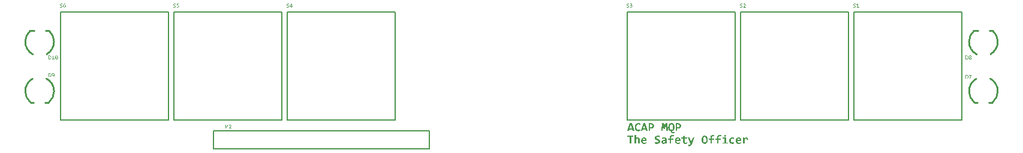
<source format=gto>
G04 Layer_Color=65535*
%FSLAX25Y25*%
%MOIN*%
G70*
G01*
G75*
%ADD10C,0.00787*%
%ADD26C,0.01000*%
G36*
X463132Y106228D02*
X463218Y106220D01*
X463319Y106204D01*
X463429Y106189D01*
X463538Y106158D01*
X463640Y106119D01*
X463655Y106111D01*
X463686Y106095D01*
X463741Y106072D01*
X463804Y106041D01*
X463882Y105994D01*
X463960Y105939D01*
X464038Y105877D01*
X464108Y105806D01*
X464116Y105798D01*
X464139Y105775D01*
X464171Y105728D01*
X464218Y105674D01*
X464257Y105603D01*
X464303Y105525D01*
X464350Y105431D01*
X464389Y105330D01*
X464397Y105314D01*
X464405Y105283D01*
X464421Y105228D01*
X464444Y105150D01*
X464460Y105064D01*
X464475Y104955D01*
X464483Y104846D01*
X464491Y104721D01*
Y104705D01*
Y104666D01*
Y104596D01*
X464483Y104502D01*
Y104494D01*
Y104479D01*
Y104455D01*
X464475Y104424D01*
Y104346D01*
X464467Y104260D01*
X462242D01*
Y104252D01*
Y104221D01*
Y104182D01*
X462249Y104127D01*
X462257Y104065D01*
X462265Y103994D01*
X462304Y103861D01*
Y103854D01*
X462320Y103830D01*
X462335Y103799D01*
X462359Y103760D01*
X462413Y103666D01*
X462499Y103573D01*
X462507Y103565D01*
X462523Y103557D01*
X462546Y103533D01*
X462585Y103510D01*
X462624Y103487D01*
X462679Y103455D01*
X462796Y103401D01*
X462804D01*
X462827Y103393D01*
X462866Y103385D01*
X462913Y103377D01*
X462976Y103362D01*
X463038Y103354D01*
X463194Y103346D01*
X463288D01*
X463351Y103354D01*
X463429D01*
X463515Y103362D01*
X463616Y103369D01*
X463718Y103377D01*
X463733D01*
X463764Y103385D01*
X463827Y103393D01*
X463897Y103409D01*
X463991Y103424D01*
X464093Y103448D01*
X464202Y103479D01*
X464311Y103510D01*
Y102862D01*
X464303D01*
X464288Y102854D01*
X464264Y102846D01*
X464225Y102838D01*
X464132Y102815D01*
X464022Y102792D01*
X463999D01*
X463968Y102784D01*
X463921Y102776D01*
X463819Y102760D01*
X463702Y102745D01*
X463679D01*
X463647Y102737D01*
X463600Y102729D01*
X463499Y102721D01*
X463382Y102714D01*
X463351D01*
X463319Y102706D01*
X463280D01*
X463179Y102698D01*
X463007D01*
X462929Y102706D01*
X462835Y102714D01*
X462726Y102721D01*
X462609Y102745D01*
X462484Y102768D01*
X462367Y102807D01*
X462351Y102815D01*
X462320Y102831D01*
X462257Y102854D01*
X462187Y102885D01*
X462109Y102932D01*
X462023Y102987D01*
X461937Y103057D01*
X461851Y103127D01*
X461843Y103135D01*
X461820Y103166D01*
X461781Y103213D01*
X461734Y103276D01*
X461679Y103354D01*
X461625Y103448D01*
X461570Y103549D01*
X461523Y103658D01*
X461515Y103674D01*
X461508Y103713D01*
X461492Y103783D01*
X461468Y103869D01*
X461445Y103979D01*
X461429Y104104D01*
X461422Y104244D01*
X461414Y104393D01*
Y104400D01*
Y104408D01*
Y104432D01*
Y104463D01*
X461422Y104541D01*
X461429Y104642D01*
X461437Y104760D01*
X461461Y104885D01*
X461484Y105017D01*
X461523Y105142D01*
Y105150D01*
X461531Y105158D01*
X461547Y105197D01*
X461570Y105267D01*
X461609Y105345D01*
X461656Y105439D01*
X461711Y105533D01*
X461773Y105634D01*
X461843Y105728D01*
X461851Y105736D01*
X461882Y105767D01*
X461929Y105814D01*
X461984Y105869D01*
X462062Y105923D01*
X462140Y105986D01*
X462242Y106048D01*
X462343Y106103D01*
X462359Y106111D01*
X462398Y106126D01*
X462460Y106142D01*
X462538Y106173D01*
X462632Y106197D01*
X462749Y106212D01*
X462874Y106228D01*
X463007Y106236D01*
X463069D01*
X463132Y106228D01*
D02*
G37*
G36*
X466771Y106166D02*
X468091D01*
Y105533D01*
X466771D01*
Y103932D01*
Y103916D01*
Y103885D01*
X466779Y103830D01*
X466787Y103768D01*
X466803Y103698D01*
X466826Y103627D01*
X466857Y103557D01*
X466904Y103495D01*
X466912Y103487D01*
X466928Y103471D01*
X466967Y103448D01*
X467014Y103424D01*
X467068Y103393D01*
X467146Y103369D01*
X467240Y103354D01*
X467349Y103346D01*
X467427D01*
X467474Y103354D01*
X467537D01*
X467599Y103362D01*
X467740Y103377D01*
X467748D01*
X467771Y103385D01*
X467810Y103393D01*
X467857Y103401D01*
X467966Y103424D01*
X468091Y103455D01*
Y102807D01*
X468083D01*
X468052Y102799D01*
X468005Y102792D01*
X467951Y102784D01*
X467880Y102768D01*
X467802Y102752D01*
X467638Y102729D01*
X467630D01*
X467599Y102721D01*
X467560D01*
X467506Y102714D01*
X467443Y102706D01*
X467365D01*
X467217Y102698D01*
X467162D01*
X467099Y102706D01*
X467021D01*
X466928Y102714D01*
X466834Y102729D01*
X466732Y102745D01*
X466639Y102768D01*
X466631D01*
X466600Y102784D01*
X466553Y102799D01*
X466498Y102815D01*
X466365Y102877D01*
X466303Y102924D01*
X466240Y102971D01*
X466232Y102979D01*
X466217Y102995D01*
X466186Y103034D01*
X466154Y103073D01*
X466115Y103127D01*
X466076Y103190D01*
X466037Y103260D01*
X466006Y103338D01*
Y103346D01*
X465998Y103377D01*
X465983Y103424D01*
X465975Y103487D01*
X465959Y103565D01*
X465943Y103658D01*
X465936Y103760D01*
Y103869D01*
Y105533D01*
X465022D01*
Y106166D01*
X465936D01*
Y107032D01*
X466771Y107251D01*
Y106166D01*
D02*
G37*
G36*
X478135Y107204D02*
X478205Y107196D01*
X478291Y107181D01*
X478385Y107165D01*
X478479Y107142D01*
X478588Y107111D01*
X478689Y107071D01*
X478799Y107025D01*
X478908Y106970D01*
X479010Y106900D01*
X479111Y106822D01*
X479205Y106736D01*
X479291Y106634D01*
X479299Y106626D01*
X479307Y106611D01*
X479330Y106572D01*
X479361Y106525D01*
X479392Y106470D01*
X479431Y106400D01*
X479470Y106314D01*
X479509Y106212D01*
X479549Y106103D01*
X479588Y105978D01*
X479627Y105838D01*
X479658Y105689D01*
X479689Y105533D01*
X479713Y105353D01*
X479720Y105166D01*
X479728Y104971D01*
Y104963D01*
Y104947D01*
Y104916D01*
Y104869D01*
X479720Y104822D01*
Y104760D01*
X479713Y104619D01*
X479697Y104463D01*
X479666Y104291D01*
X479635Y104111D01*
X479588Y103947D01*
Y103940D01*
X479580Y103932D01*
X479572Y103908D01*
X479564Y103877D01*
X479533Y103799D01*
X479486Y103698D01*
X479431Y103588D01*
X479369Y103463D01*
X479291Y103346D01*
X479205Y103237D01*
X479197Y103221D01*
X479166Y103190D01*
X479111Y103143D01*
X479041Y103080D01*
X478963Y103018D01*
X478861Y102948D01*
X478752Y102885D01*
X478635Y102831D01*
X478619Y102823D01*
X478580Y102807D01*
X478518Y102792D01*
X478432Y102768D01*
X478330Y102737D01*
X478213Y102721D01*
X478080Y102706D01*
X477948Y102698D01*
X477909D01*
X477862Y102706D01*
X477807D01*
X477737Y102714D01*
X477651Y102729D01*
X477557Y102745D01*
X477463Y102768D01*
X477354Y102799D01*
X477252Y102838D01*
X477143Y102885D01*
X477034Y102940D01*
X476932Y103002D01*
X476831Y103080D01*
X476737Y103166D01*
X476651Y103268D01*
X476643Y103276D01*
X476635Y103291D01*
X476612Y103330D01*
X476581Y103377D01*
X476549Y103432D01*
X476518Y103510D01*
X476479Y103588D01*
X476440Y103690D01*
X476393Y103799D01*
X476354Y103924D01*
X476323Y104065D01*
X476292Y104213D01*
X476261Y104369D01*
X476237Y104549D01*
X476229Y104736D01*
X476222Y104931D01*
Y104939D01*
Y104955D01*
Y104986D01*
Y105033D01*
X476229Y105080D01*
Y105142D01*
X476237Y105283D01*
X476253Y105439D01*
X476276Y105611D01*
X476307Y105791D01*
X476354Y105955D01*
Y105962D01*
X476362Y105970D01*
X476370Y105994D01*
X476378Y106025D01*
X476409Y106103D01*
X476456Y106204D01*
X476510Y106314D01*
X476573Y106431D01*
X476651Y106548D01*
X476737Y106658D01*
X476745Y106673D01*
X476784Y106704D01*
X476831Y106751D01*
X476901Y106814D01*
X476979Y106884D01*
X477073Y106954D01*
X477182Y107017D01*
X477299Y107071D01*
X477315Y107079D01*
X477354Y107095D01*
X477424Y107118D01*
X477510Y107142D01*
X477612Y107165D01*
X477729Y107189D01*
X477862Y107204D01*
X477994Y107212D01*
X478080D01*
X478135Y107204D01*
D02*
G37*
G36*
X122679Y180293D02*
X122418D01*
X122380Y180289D01*
X122334D01*
X122284Y180282D01*
X122226Y180274D01*
X122169Y180262D01*
X122115Y180247D01*
X122107Y180243D01*
X122092Y180239D01*
X122065Y180228D01*
X122034Y180212D01*
X121996Y180193D01*
X121958Y180174D01*
X121919Y180147D01*
X121881Y180116D01*
X121877Y180113D01*
X121865Y180101D01*
X121846Y180082D01*
X121827Y180059D01*
X121804Y180028D01*
X121777Y179994D01*
X121754Y179955D01*
X121735Y179913D01*
X121731Y179909D01*
X121727Y179894D01*
X121720Y179871D01*
X121708Y179836D01*
X121696Y179798D01*
X121685Y179755D01*
X121677Y179706D01*
X121670Y179652D01*
X121666Y179587D01*
X121670Y179590D01*
X121685Y179598D01*
X121704Y179606D01*
X121731Y179621D01*
X121766Y179637D01*
X121808Y179652D01*
X121850Y179667D01*
X121900Y179683D01*
X121908D01*
X121923Y179690D01*
X121954Y179694D01*
X121988Y179702D01*
X122034Y179709D01*
X122084Y179713D01*
X122138Y179721D01*
X122223D01*
X122253Y179717D01*
X122292Y179713D01*
X122338Y179709D01*
X122384Y179702D01*
X122434Y179686D01*
X122480Y179671D01*
X122484Y179667D01*
X122499Y179663D01*
X122522Y179652D01*
X122553Y179637D01*
X122583Y179617D01*
X122618Y179598D01*
X122653Y179571D01*
X122683Y179541D01*
X122687Y179537D01*
X122695Y179525D01*
X122710Y179506D01*
X122729Y179483D01*
X122749Y179452D01*
X122768Y179418D01*
X122787Y179379D01*
X122806Y179337D01*
X122810Y179333D01*
X122814Y179318D01*
X122822Y179291D01*
X122829Y179260D01*
X122837Y179222D01*
X122841Y179176D01*
X122848Y179130D01*
Y179076D01*
Y179068D01*
Y179053D01*
X122845Y179022D01*
X122841Y178988D01*
X122837Y178945D01*
X122825Y178899D01*
X122814Y178849D01*
X122795Y178799D01*
X122791Y178796D01*
X122783Y178776D01*
X122772Y178753D01*
X122756Y178723D01*
X122733Y178688D01*
X122706Y178650D01*
X122676Y178611D01*
X122641Y178573D01*
X122637Y178569D01*
X122622Y178557D01*
X122603Y178538D01*
X122576Y178519D01*
X122537Y178496D01*
X122499Y178469D01*
X122453Y178446D01*
X122403Y178423D01*
X122395Y178419D01*
X122380Y178415D01*
X122349Y178408D01*
X122315Y178396D01*
X122269Y178385D01*
X122215Y178377D01*
X122157Y178373D01*
X122096Y178369D01*
X122065D01*
X122034Y178373D01*
X121992Y178377D01*
X121942Y178381D01*
X121888Y178392D01*
X121835Y178404D01*
X121781Y178423D01*
X121773Y178427D01*
X121758Y178435D01*
X121735Y178446D01*
X121704Y178465D01*
X121666Y178492D01*
X121627Y178519D01*
X121589Y178554D01*
X121554Y178596D01*
X121551Y178600D01*
X121539Y178619D01*
X121524Y178642D01*
X121504Y178676D01*
X121481Y178719D01*
X121458Y178772D01*
X121435Y178830D01*
X121416Y178892D01*
Y178895D01*
Y178899D01*
X121412Y178911D01*
X121408Y178922D01*
X121401Y178961D01*
X121393Y179014D01*
X121385Y179076D01*
X121378Y179149D01*
X121374Y179229D01*
X121370Y179318D01*
Y179322D01*
Y179325D01*
Y179345D01*
Y179379D01*
X121374Y179421D01*
Y179467D01*
X121378Y179521D01*
X121389Y179637D01*
Y179644D01*
X121393Y179663D01*
X121401Y179694D01*
X121408Y179729D01*
X121416Y179775D01*
X121428Y179825D01*
X121458Y179924D01*
X121462Y179932D01*
X121466Y179947D01*
X121478Y179974D01*
X121493Y180009D01*
X121512Y180047D01*
X121535Y180090D01*
X121589Y180174D01*
X121593Y180178D01*
X121604Y180193D01*
X121624Y180216D01*
X121647Y180243D01*
X121677Y180274D01*
X121712Y180305D01*
X121750Y180339D01*
X121792Y180370D01*
X121796Y180374D01*
X121816Y180385D01*
X121839Y180397D01*
X121873Y180416D01*
X121915Y180435D01*
X121965Y180458D01*
X122019Y180477D01*
X122081Y180497D01*
X122084D01*
X122088Y180500D01*
X122111Y180504D01*
X122146Y180512D01*
X122192Y180520D01*
X122249Y180527D01*
X122315Y180535D01*
X122388Y180543D01*
X122679D01*
Y180293D01*
D02*
G37*
G36*
X183395Y180570D02*
X183437Y180566D01*
X183460D01*
X183479Y180562D01*
X183521Y180558D01*
X183568Y180550D01*
X183579D01*
X183591Y180547D01*
X183610D01*
X183648Y180539D01*
X183694Y180531D01*
X183706D01*
X183717Y180527D01*
X183733Y180524D01*
X183771Y180516D01*
X183813Y180508D01*
Y180247D01*
X183809D01*
X183790Y180255D01*
X183767Y180259D01*
X183733Y180266D01*
X183694Y180274D01*
X183652Y180285D01*
X183560Y180301D01*
X183556D01*
X183537Y180305D01*
X183514Y180308D01*
X183483Y180312D01*
X183445D01*
X183402Y180316D01*
X183314Y180320D01*
X183272D01*
X183230Y180316D01*
X183176Y180308D01*
X183114Y180301D01*
X183053Y180285D01*
X182995Y180262D01*
X182945Y180236D01*
X182942Y180232D01*
X182926Y180220D01*
X182911Y180201D01*
X182888Y180174D01*
X182869Y180143D01*
X182849Y180105D01*
X182834Y180059D01*
X182830Y180009D01*
Y180005D01*
Y179994D01*
X182834Y179978D01*
X182838Y179959D01*
X182849Y179909D01*
X182861Y179886D01*
X182876Y179859D01*
X182880Y179855D01*
X182884Y179848D01*
X182896Y179836D01*
X182911Y179821D01*
X182949Y179786D01*
X183003Y179748D01*
X183007Y179744D01*
X183018Y179740D01*
X183034Y179733D01*
X183057Y179721D01*
X183084Y179706D01*
X183114Y179690D01*
X183184Y179659D01*
X183187D01*
X183203Y179652D01*
X183222Y179644D01*
X183245Y179637D01*
X183276Y179621D01*
X183310Y179610D01*
X183387Y179575D01*
X183391D01*
X183406Y179567D01*
X183425Y179560D01*
X183452Y179548D01*
X183487Y179533D01*
X183521Y179517D01*
X183594Y179483D01*
X183598Y179479D01*
X183610Y179475D01*
X183629Y179464D01*
X183656Y179448D01*
X183710Y179410D01*
X183771Y179364D01*
X183775Y179360D01*
X183786Y179352D01*
X183798Y179337D01*
X183817Y179318D01*
X183840Y179295D01*
X183859Y179264D01*
X183902Y179199D01*
X183905Y179195D01*
X183909Y179183D01*
X183917Y179164D01*
X183929Y179137D01*
X183936Y179107D01*
X183944Y179068D01*
X183948Y179026D01*
X183951Y178980D01*
Y178972D01*
Y178953D01*
X183948Y178926D01*
X183944Y178888D01*
X183936Y178845D01*
X183925Y178803D01*
X183909Y178757D01*
X183886Y178711D01*
X183882Y178707D01*
X183875Y178692D01*
X183859Y178669D01*
X183840Y178646D01*
X183817Y178615D01*
X183786Y178580D01*
X183752Y178550D01*
X183713Y178519D01*
X183710Y178515D01*
X183694Y178507D01*
X183671Y178492D01*
X183637Y178477D01*
X183598Y178458D01*
X183552Y178438D01*
X183502Y178419D01*
X183445Y178404D01*
X183437D01*
X183418Y178400D01*
X183387Y178392D01*
X183345Y178389D01*
X183295Y178381D01*
X183237Y178373D01*
X183172Y178369D01*
X183049D01*
X183022Y178373D01*
X182992D01*
X182930Y178377D01*
X182915D01*
X182899Y178381D01*
X182880D01*
X182826Y178389D01*
X182769Y178392D01*
X182757D01*
X182742Y178396D01*
X182723Y178400D01*
X182677Y178404D01*
X182623Y178415D01*
X182619D01*
X182611Y178419D01*
X182600Y178423D01*
X182581Y178427D01*
X182542Y178435D01*
X182500Y178446D01*
Y178726D01*
X182504Y178723D01*
X182523Y178719D01*
X182546Y178711D01*
X182581Y178700D01*
X182619Y178684D01*
X182665Y178673D01*
X182719Y178661D01*
X182773Y178650D01*
X182780D01*
X182799Y178646D01*
X182830Y178642D01*
X182872Y178638D01*
X182926Y178634D01*
X182984Y178630D01*
X183049Y178627D01*
X183172D01*
X183207Y178630D01*
X183245D01*
X183283Y178634D01*
X183326Y178638D01*
X183364Y178646D01*
X183368D01*
X183379Y178650D01*
X183399Y178657D01*
X183422Y178661D01*
X183475Y178684D01*
X183525Y178711D01*
X183529Y178715D01*
X183537Y178719D01*
X183560Y178742D01*
X183591Y178776D01*
X183617Y178819D01*
Y178822D01*
X183621Y178830D01*
X183629Y178842D01*
X183633Y178861D01*
X183644Y178903D01*
X183648Y178961D01*
Y178964D01*
Y178976D01*
X183644Y178991D01*
X183641Y179014D01*
X183629Y179060D01*
X183614Y179087D01*
X183598Y179110D01*
X183594Y179114D01*
X183591Y179122D01*
X183579Y179133D01*
X183564Y179149D01*
X183521Y179183D01*
X183468Y179218D01*
X183464Y179222D01*
X183456Y179226D01*
X183437Y179237D01*
X183418Y179249D01*
X183391Y179260D01*
X183360Y179276D01*
X183291Y179306D01*
X183287Y179310D01*
X183276Y179314D01*
X183253Y179322D01*
X183230Y179333D01*
X183195Y179345D01*
X183160Y179360D01*
X183084Y179391D01*
X183080Y179395D01*
X183064Y179398D01*
X183045Y179406D01*
X183018Y179418D01*
X182988Y179433D01*
X182953Y179448D01*
X182880Y179483D01*
X182876Y179487D01*
X182865Y179491D01*
X182846Y179502D01*
X182819Y179517D01*
X182761Y179556D01*
X182700Y179602D01*
X182696Y179606D01*
X182688Y179613D01*
X182673Y179629D01*
X182654Y179648D01*
X182634Y179671D01*
X182615Y179698D01*
X182573Y179763D01*
Y179767D01*
X182565Y179779D01*
X182558Y179798D01*
X182550Y179825D01*
X182542Y179855D01*
X182535Y179894D01*
X182531Y179936D01*
X182527Y179982D01*
Y179986D01*
Y180001D01*
X182531Y180020D01*
Y180051D01*
X182538Y180082D01*
X182546Y180116D01*
X182554Y180159D01*
X182569Y180197D01*
X182573Y180201D01*
X182577Y180216D01*
X182588Y180236D01*
X182604Y180262D01*
X182623Y180289D01*
X182650Y180324D01*
X182677Y180355D01*
X182711Y180385D01*
X182715Y180389D01*
X182730Y180401D01*
X182750Y180416D01*
X182780Y180435D01*
X182815Y180454D01*
X182857Y180477D01*
X182907Y180500D01*
X182961Y180520D01*
X182968Y180524D01*
X182988Y180527D01*
X183022Y180535D01*
X183064Y180547D01*
X183118Y180558D01*
X183180Y180566D01*
X183245Y180570D01*
X183322Y180573D01*
X183356D01*
X183395Y180570D01*
D02*
G37*
G36*
X444349Y106228D02*
X444435Y106220D01*
X444536Y106204D01*
X444646Y106189D01*
X444755Y106158D01*
X444857Y106119D01*
X444872Y106111D01*
X444903Y106095D01*
X444958Y106072D01*
X445021Y106041D01*
X445099Y105994D01*
X445177Y105939D01*
X445255Y105877D01*
X445325Y105806D01*
X445333Y105798D01*
X445356Y105775D01*
X445388Y105728D01*
X445435Y105674D01*
X445473Y105603D01*
X445520Y105525D01*
X445567Y105431D01*
X445606Y105330D01*
X445614Y105314D01*
X445622Y105283D01*
X445638Y105228D01*
X445661Y105150D01*
X445677Y105064D01*
X445692Y104955D01*
X445700Y104846D01*
X445708Y104721D01*
Y104705D01*
Y104666D01*
Y104596D01*
X445700Y104502D01*
Y104494D01*
Y104479D01*
Y104455D01*
X445692Y104424D01*
Y104346D01*
X445684Y104260D01*
X443459D01*
Y104252D01*
Y104221D01*
Y104182D01*
X443466Y104127D01*
X443474Y104065D01*
X443482Y103994D01*
X443521Y103861D01*
Y103854D01*
X443537Y103830D01*
X443552Y103799D01*
X443576Y103760D01*
X443630Y103666D01*
X443716Y103573D01*
X443724Y103565D01*
X443740Y103557D01*
X443763Y103533D01*
X443802Y103510D01*
X443841Y103487D01*
X443896Y103455D01*
X444013Y103401D01*
X444021D01*
X444044Y103393D01*
X444083Y103385D01*
X444130Y103377D01*
X444193Y103362D01*
X444255Y103354D01*
X444411Y103346D01*
X444505D01*
X444568Y103354D01*
X444646D01*
X444732Y103362D01*
X444833Y103369D01*
X444935Y103377D01*
X444950D01*
X444981Y103385D01*
X445044Y103393D01*
X445114Y103409D01*
X445208Y103424D01*
X445309Y103448D01*
X445419Y103479D01*
X445528Y103510D01*
Y102862D01*
X445520D01*
X445505Y102854D01*
X445481Y102846D01*
X445442Y102838D01*
X445349Y102815D01*
X445239Y102792D01*
X445216D01*
X445185Y102784D01*
X445138Y102776D01*
X445036Y102760D01*
X444919Y102745D01*
X444896D01*
X444864Y102737D01*
X444817Y102729D01*
X444716Y102721D01*
X444599Y102714D01*
X444568D01*
X444536Y102706D01*
X444497D01*
X444396Y102698D01*
X444224D01*
X444146Y102706D01*
X444052Y102714D01*
X443943Y102721D01*
X443826Y102745D01*
X443701Y102768D01*
X443583Y102807D01*
X443568Y102815D01*
X443537Y102831D01*
X443474Y102854D01*
X443404Y102885D01*
X443326Y102932D01*
X443240Y102987D01*
X443154Y103057D01*
X443068Y103127D01*
X443060Y103135D01*
X443037Y103166D01*
X442998Y103213D01*
X442951Y103276D01*
X442896Y103354D01*
X442842Y103448D01*
X442787Y103549D01*
X442740Y103658D01*
X442732Y103674D01*
X442724Y103713D01*
X442709Y103783D01*
X442685Y103869D01*
X442662Y103979D01*
X442646Y104104D01*
X442638Y104244D01*
X442631Y104393D01*
Y104400D01*
Y104408D01*
Y104432D01*
Y104463D01*
X442638Y104541D01*
X442646Y104642D01*
X442654Y104760D01*
X442677Y104885D01*
X442701Y105017D01*
X442740Y105142D01*
Y105150D01*
X442748Y105158D01*
X442764Y105197D01*
X442787Y105267D01*
X442826Y105345D01*
X442873Y105439D01*
X442928Y105533D01*
X442990Y105634D01*
X443060Y105728D01*
X443068Y105736D01*
X443099Y105767D01*
X443146Y105814D01*
X443201Y105869D01*
X443279Y105923D01*
X443357Y105986D01*
X443459Y106048D01*
X443560Y106103D01*
X443576Y106111D01*
X443615Y106126D01*
X443677Y106142D01*
X443755Y106173D01*
X443849Y106197D01*
X443966Y106212D01*
X444091Y106228D01*
X444224Y106236D01*
X444286D01*
X444349Y106228D01*
D02*
G37*
G36*
X455626D02*
X455728Y106220D01*
X455837Y106204D01*
X455947Y106181D01*
X456048Y106158D01*
X456064D01*
X456095Y106142D01*
X456142Y106126D01*
X456205Y106103D01*
X456275Y106072D01*
X456353Y106033D01*
X456423Y105994D01*
X456493Y105939D01*
X456501Y105931D01*
X456525Y105916D01*
X456556Y105884D01*
X456595Y105845D01*
X456634Y105791D01*
X456681Y105728D01*
X456720Y105658D01*
X456759Y105580D01*
X456767Y105572D01*
X456775Y105541D01*
X456790Y105502D01*
X456806Y105439D01*
X456821Y105369D01*
X456829Y105283D01*
X456845Y105189D01*
Y105088D01*
Y102776D01*
X456142D01*
X456126Y103213D01*
X456119Y103206D01*
X456111Y103198D01*
X456087Y103174D01*
X456056Y103143D01*
X455986Y103080D01*
X455900Y103002D01*
X455892Y102995D01*
X455876Y102987D01*
X455853Y102971D01*
X455822Y102948D01*
X455744Y102893D01*
X455642Y102838D01*
X455634D01*
X455619Y102831D01*
X455587Y102815D01*
X455548Y102799D01*
X455455Y102768D01*
X455338Y102737D01*
X455330D01*
X455306Y102729D01*
X455275Y102721D01*
X455228D01*
X455181Y102714D01*
X455119Y102706D01*
X454978Y102698D01*
X454931D01*
X454885Y102706D01*
X454822D01*
X454752Y102714D01*
X454674Y102729D01*
X454518Y102776D01*
X454510D01*
X454486Y102792D01*
X454447Y102807D01*
X454400Y102831D01*
X454299Y102893D01*
X454189Y102979D01*
X454182Y102987D01*
X454166Y103002D01*
X454143Y103034D01*
X454111Y103073D01*
X454080Y103120D01*
X454049Y103182D01*
X453986Y103315D01*
Y103323D01*
X453979Y103346D01*
X453971Y103393D01*
X453955Y103440D01*
X453947Y103502D01*
X453932Y103580D01*
X453924Y103744D01*
Y103752D01*
Y103783D01*
X453932Y103830D01*
X453940Y103885D01*
X453947Y103955D01*
X453971Y104025D01*
X453994Y104104D01*
X454026Y104182D01*
X454033Y104190D01*
X454041Y104221D01*
X454072Y104260D01*
X454104Y104307D01*
X454143Y104361D01*
X454197Y104416D01*
X454260Y104479D01*
X454330Y104533D01*
X454338Y104541D01*
X454369Y104557D01*
X454416Y104588D01*
X454479Y104619D01*
X454549Y104658D01*
X454642Y104697D01*
X454744Y104736D01*
X454853Y104768D01*
X454869Y104775D01*
X454908Y104783D01*
X454978Y104799D01*
X455064Y104814D01*
X455173Y104830D01*
X455299Y104838D01*
X455431Y104853D01*
X456033D01*
Y105049D01*
Y105057D01*
Y105072D01*
Y105096D01*
X456025Y105127D01*
X456017Y105205D01*
X455994Y105283D01*
Y105291D01*
X455986Y105299D01*
X455962Y105345D01*
X455923Y105408D01*
X455869Y105463D01*
X455853Y105478D01*
X455814Y105502D01*
X455744Y105541D01*
X455658Y105572D01*
X455650D01*
X455634Y105580D01*
X455611Y105587D01*
X455572Y105595D01*
X455525Y105603D01*
X455470Y105611D01*
X455345Y105619D01*
X455236D01*
X455158Y105611D01*
X455064Y105603D01*
X454971Y105587D01*
X454752Y105549D01*
X454736D01*
X454705Y105533D01*
X454642Y105517D01*
X454572Y105502D01*
X454486Y105470D01*
X454393Y105439D01*
X454189Y105361D01*
Y106009D01*
X454197Y106017D01*
X454236Y106025D01*
X454283Y106041D01*
X454354Y106064D01*
X454432Y106087D01*
X454525Y106119D01*
X454627Y106142D01*
X454744Y106166D01*
X454760D01*
X454799Y106173D01*
X454861Y106189D01*
X454947Y106204D01*
X455049Y106212D01*
X455158Y106228D01*
X455283Y106236D01*
X455541D01*
X455626Y106228D01*
D02*
G37*
G36*
X489756Y103409D02*
X490732D01*
Y102776D01*
X487851D01*
Y103409D01*
X488921D01*
Y105533D01*
X487968D01*
Y106166D01*
X489756D01*
Y103409D01*
D02*
G37*
G36*
X185653Y180293D02*
X184766D01*
Y179690D01*
X185008D01*
X185046Y179686D01*
X185092Y179683D01*
X185146Y179679D01*
X185253Y179659D01*
X185261D01*
X185276Y179656D01*
X185307Y179648D01*
X185342Y179637D01*
X185380Y179625D01*
X185422Y179610D01*
X185468Y179587D01*
X185511Y179563D01*
X185514Y179560D01*
X185530Y179552D01*
X185549Y179537D01*
X185576Y179514D01*
X185607Y179487D01*
X185637Y179456D01*
X185668Y179418D01*
X185695Y179375D01*
X185699Y179372D01*
X185706Y179356D01*
X185718Y179329D01*
X185733Y179295D01*
X185745Y179253D01*
X185756Y179203D01*
X185764Y179149D01*
X185768Y179084D01*
Y179076D01*
Y179057D01*
X185764Y179026D01*
X185760Y178988D01*
X185752Y178941D01*
X185737Y178892D01*
X185722Y178842D01*
X185699Y178792D01*
X185695Y178788D01*
X185687Y178769D01*
X185672Y178746D01*
X185649Y178715D01*
X185622Y178680D01*
X185587Y178642D01*
X185549Y178603D01*
X185507Y178565D01*
X185503Y178561D01*
X185487Y178550D01*
X185461Y178534D01*
X185426Y178511D01*
X185384Y178488D01*
X185338Y178465D01*
X185284Y178442D01*
X185223Y178419D01*
X185215Y178415D01*
X185196Y178411D01*
X185161Y178404D01*
X185115Y178396D01*
X185061Y178385D01*
X185004Y178377D01*
X184935Y178373D01*
X184865Y178369D01*
X184804D01*
X184762Y178373D01*
X184754D01*
X184727Y178377D01*
X184693D01*
X184654Y178381D01*
X184647D01*
X184620Y178385D01*
X184585Y178389D01*
X184547Y178392D01*
X184539D01*
X184516Y178396D01*
X184489D01*
X184458Y178400D01*
Y178661D01*
X184462D01*
X184474Y178657D01*
X184493Y178653D01*
X184516Y178650D01*
X184547Y178642D01*
X184581Y178638D01*
X184658Y178627D01*
X184677D01*
X184700Y178623D01*
X184766D01*
X184804Y178619D01*
X184938D01*
X184969Y178623D01*
X185008Y178627D01*
X185046Y178630D01*
X185127Y178650D01*
X185130D01*
X185146Y178657D01*
X185165Y178661D01*
X185188Y178673D01*
X185246Y178700D01*
X185303Y178738D01*
X185307Y178742D01*
X185315Y178749D01*
X185330Y178761D01*
X185345Y178776D01*
X185384Y178822D01*
X185418Y178876D01*
X185422Y178880D01*
X185426Y178892D01*
X185434Y178907D01*
X185441Y178930D01*
X185449Y178961D01*
X185453Y178991D01*
X185461Y179026D01*
Y179064D01*
Y179068D01*
Y179072D01*
X185457Y179095D01*
X185453Y179130D01*
X185441Y179176D01*
X185426Y179222D01*
X185399Y179268D01*
X185365Y179314D01*
X185315Y179352D01*
X185307Y179356D01*
X185288Y179368D01*
X185257Y179383D01*
X185211Y179398D01*
X185153Y179414D01*
X185081Y179429D01*
X185000Y179441D01*
X184904Y179445D01*
X184497D01*
Y180543D01*
X185653D01*
Y180293D01*
D02*
G37*
G36*
X496941Y106228D02*
X497027Y106220D01*
X497129Y106204D01*
X497238Y106189D01*
X497347Y106158D01*
X497449Y106119D01*
X497465Y106111D01*
X497496Y106095D01*
X497551Y106072D01*
X497613Y106041D01*
X497691Y105994D01*
X497769Y105939D01*
X497847Y105877D01*
X497918Y105806D01*
X497926Y105798D01*
X497949Y105775D01*
X497980Y105728D01*
X498027Y105674D01*
X498066Y105603D01*
X498113Y105525D01*
X498160Y105431D01*
X498199Y105330D01*
X498207Y105314D01*
X498214Y105283D01*
X498230Y105228D01*
X498253Y105150D01*
X498269Y105064D01*
X498285Y104955D01*
X498293Y104846D01*
X498300Y104721D01*
Y104705D01*
Y104666D01*
Y104596D01*
X498293Y104502D01*
Y104494D01*
Y104479D01*
Y104455D01*
X498285Y104424D01*
Y104346D01*
X498277Y104260D01*
X496051D01*
Y104252D01*
Y104221D01*
Y104182D01*
X496059Y104127D01*
X496067Y104065D01*
X496074Y103994D01*
X496114Y103861D01*
Y103854D01*
X496129Y103830D01*
X496145Y103799D01*
X496168Y103760D01*
X496223Y103666D01*
X496309Y103573D01*
X496317Y103565D01*
X496332Y103557D01*
X496356Y103533D01*
X496395Y103510D01*
X496434Y103487D01*
X496489Y103455D01*
X496606Y103401D01*
X496613D01*
X496637Y103393D01*
X496676Y103385D01*
X496723Y103377D01*
X496785Y103362D01*
X496848Y103354D01*
X497004Y103346D01*
X497098D01*
X497160Y103354D01*
X497238D01*
X497324Y103362D01*
X497426Y103369D01*
X497527Y103377D01*
X497543D01*
X497574Y103385D01*
X497637Y103393D01*
X497707Y103409D01*
X497800Y103424D01*
X497902Y103448D01*
X498011Y103479D01*
X498121Y103510D01*
Y102862D01*
X498113D01*
X498097Y102854D01*
X498074Y102846D01*
X498035Y102838D01*
X497941Y102815D01*
X497832Y102792D01*
X497808D01*
X497777Y102784D01*
X497730Y102776D01*
X497629Y102760D01*
X497512Y102745D01*
X497488D01*
X497457Y102737D01*
X497410Y102729D01*
X497308Y102721D01*
X497191Y102714D01*
X497160D01*
X497129Y102706D01*
X497090D01*
X496988Y102698D01*
X496816D01*
X496738Y102706D01*
X496645Y102714D01*
X496535Y102721D01*
X496418Y102745D01*
X496293Y102768D01*
X496176Y102807D01*
X496160Y102815D01*
X496129Y102831D01*
X496067Y102854D01*
X495996Y102885D01*
X495918Y102932D01*
X495832Y102987D01*
X495747Y103057D01*
X495661Y103127D01*
X495653Y103135D01*
X495629Y103166D01*
X495590Y103213D01*
X495543Y103276D01*
X495489Y103354D01*
X495434Y103448D01*
X495379Y103549D01*
X495333Y103658D01*
X495325Y103674D01*
X495317Y103713D01*
X495301Y103783D01*
X495278Y103869D01*
X495255Y103979D01*
X495239Y104104D01*
X495231Y104244D01*
X495223Y104393D01*
Y104400D01*
Y104408D01*
Y104432D01*
Y104463D01*
X495231Y104541D01*
X495239Y104642D01*
X495247Y104760D01*
X495270Y104885D01*
X495294Y105017D01*
X495333Y105142D01*
Y105150D01*
X495340Y105158D01*
X495356Y105197D01*
X495379Y105267D01*
X495419Y105345D01*
X495465Y105439D01*
X495520Y105533D01*
X495582Y105634D01*
X495653Y105728D01*
X495661Y105736D01*
X495692Y105767D01*
X495739Y105814D01*
X495793Y105869D01*
X495871Y105923D01*
X495950Y105986D01*
X496051Y106048D01*
X496153Y106103D01*
X496168Y106111D01*
X496207Y106126D01*
X496270Y106142D01*
X496348Y106173D01*
X496442Y106197D01*
X496559Y106212D01*
X496684Y106228D01*
X496816Y106236D01*
X496879D01*
X496941Y106228D01*
D02*
G37*
G36*
X438273Y106447D02*
X437078D01*
Y102776D01*
X436234D01*
Y106447D01*
X435039D01*
Y107134D01*
X438273D01*
Y106447D01*
D02*
G37*
G36*
X439804Y106322D02*
X439757Y105712D01*
X439764Y105720D01*
X439772Y105736D01*
X439827Y105783D01*
X439889Y105853D01*
X439967Y105923D01*
X439975Y105931D01*
X439983Y105939D01*
X440006Y105962D01*
X440038Y105986D01*
X440116Y106041D01*
X440202Y106095D01*
X440210D01*
X440225Y106111D01*
X440249Y106119D01*
X440280Y106134D01*
X440366Y106166D01*
X440467Y106197D01*
X440475D01*
X440491Y106204D01*
X440522Y106212D01*
X440561Y106220D01*
X440608D01*
X440663Y106228D01*
X440788Y106236D01*
X440834D01*
X440881Y106228D01*
X440944D01*
X441014Y106212D01*
X441084Y106197D01*
X441162Y106181D01*
X441241Y106150D01*
X441248D01*
X441272Y106134D01*
X441311Y106111D01*
X441358Y106087D01*
X441459Y106009D01*
X441561Y105908D01*
X441569Y105900D01*
X441584Y105877D01*
X441608Y105845D01*
X441639Y105806D01*
X441670Y105752D01*
X441701Y105681D01*
X441733Y105611D01*
X441756Y105533D01*
Y105525D01*
X441764Y105494D01*
X441779Y105447D01*
X441795Y105392D01*
X441803Y105322D01*
X441819Y105236D01*
X441826Y105142D01*
Y105049D01*
Y102776D01*
X441014D01*
Y104978D01*
Y104986D01*
Y105002D01*
Y105033D01*
X441006Y105064D01*
X440991Y105158D01*
X440959Y105260D01*
X440912Y105361D01*
X440834Y105455D01*
X440788Y105486D01*
X440733Y105517D01*
X440670Y105533D01*
X440592Y105541D01*
X440561D01*
X440514Y105533D01*
X440467Y105517D01*
X440405Y105502D01*
X440342Y105470D01*
X440264Y105423D01*
X440194Y105369D01*
X440186Y105361D01*
X440163Y105338D01*
X440124Y105299D01*
X440077Y105252D01*
X440014Y105189D01*
X439952Y105111D01*
X439882Y105017D01*
X439804Y104916D01*
Y102776D01*
X438991D01*
Y107493D01*
X439804D01*
Y106322D01*
D02*
G37*
G36*
X115815Y141933D02*
X115854Y141929D01*
X115900Y141926D01*
X115950Y141914D01*
X116004Y141903D01*
X116054Y141884D01*
X116061Y141880D01*
X116077Y141872D01*
X116100Y141860D01*
X116134Y141841D01*
X116169Y141818D01*
X116207Y141788D01*
X116246Y141753D01*
X116284Y141711D01*
X116288Y141707D01*
X116299Y141692D01*
X116319Y141665D01*
X116342Y141630D01*
X116365Y141588D01*
X116392Y141534D01*
X116418Y141473D01*
X116442Y141407D01*
Y141403D01*
X116445Y141400D01*
Y141388D01*
X116449Y141373D01*
X116461Y141334D01*
X116472Y141281D01*
X116480Y141215D01*
X116491Y141139D01*
X116495Y141050D01*
X116499Y140954D01*
Y140950D01*
Y140939D01*
Y140924D01*
Y140900D01*
X116495Y140874D01*
Y140843D01*
X116491Y140770D01*
X116480Y140685D01*
X116468Y140593D01*
X116449Y140501D01*
X116422Y140413D01*
Y140409D01*
X116418Y140401D01*
X116415Y140390D01*
X116407Y140374D01*
X116392Y140336D01*
X116365Y140282D01*
X116334Y140225D01*
X116296Y140163D01*
X116250Y140102D01*
X116196Y140044D01*
X116188Y140036D01*
X116169Y140021D01*
X116138Y139994D01*
X116096Y139963D01*
X116042Y139929D01*
X115981Y139891D01*
X115908Y139860D01*
X115831Y139829D01*
X115827D01*
X115819Y139825D01*
X115808Y139821D01*
X115793Y139818D01*
X115773Y139814D01*
X115746Y139810D01*
X115685Y139798D01*
X115612Y139783D01*
X115527Y139775D01*
X115431Y139768D01*
X115328Y139764D01*
X115151D01*
Y140013D01*
X115382D01*
X115424Y140017D01*
X115474D01*
X115527Y140025D01*
X115589Y140033D01*
X115650Y140040D01*
X115712Y140056D01*
X115719Y140059D01*
X115739Y140063D01*
X115766Y140075D01*
X115804Y140086D01*
X115842Y140105D01*
X115889Y140125D01*
X115931Y140152D01*
X115969Y140179D01*
X115973Y140182D01*
X115984Y140194D01*
X116004Y140213D01*
X116027Y140236D01*
X116054Y140263D01*
X116080Y140297D01*
X116103Y140336D01*
X116127Y140378D01*
X116130Y140382D01*
X116134Y140401D01*
X116146Y140424D01*
X116157Y140459D01*
X116169Y140497D01*
X116180Y140543D01*
X116188Y140593D01*
X116196Y140651D01*
X116203Y140720D01*
X116200Y140716D01*
X116184Y140708D01*
X116165Y140697D01*
X116134Y140685D01*
X116100Y140670D01*
X116058Y140651D01*
X116015Y140636D01*
X115965Y140620D01*
X115958D01*
X115942Y140616D01*
X115915Y140609D01*
X115877Y140605D01*
X115835Y140597D01*
X115785Y140589D01*
X115731Y140585D01*
X115647D01*
X115616Y140589D01*
X115577Y140593D01*
X115531Y140597D01*
X115481Y140605D01*
X115431Y140616D01*
X115385Y140632D01*
X115382Y140636D01*
X115366Y140639D01*
X115343Y140651D01*
X115313Y140666D01*
X115282Y140685D01*
X115247Y140705D01*
X115213Y140732D01*
X115182Y140762D01*
X115178Y140766D01*
X115170Y140778D01*
X115155Y140797D01*
X115136Y140820D01*
X115117Y140850D01*
X115097Y140885D01*
X115078Y140924D01*
X115059Y140966D01*
Y140970D01*
X115051Y140985D01*
X115048Y141012D01*
X115040Y141042D01*
X115032Y141081D01*
X115028Y141123D01*
X115021Y141173D01*
Y141223D01*
Y141231D01*
Y141250D01*
X115024Y141277D01*
X115028Y141315D01*
X115032Y141357D01*
X115044Y141403D01*
X115055Y141449D01*
X115074Y141499D01*
X115078Y141507D01*
X115086Y141523D01*
X115097Y141545D01*
X115113Y141576D01*
X115136Y141611D01*
X115159Y141649D01*
X115190Y141688D01*
X115224Y141726D01*
X115228Y141730D01*
X115243Y141741D01*
X115263Y141761D01*
X115289Y141780D01*
X115324Y141807D01*
X115366Y141830D01*
X115409Y141857D01*
X115458Y141880D01*
X115466Y141884D01*
X115481Y141887D01*
X115508Y141899D01*
X115547Y141910D01*
X115589Y141918D01*
X115643Y141929D01*
X115697Y141933D01*
X115758Y141937D01*
X115785D01*
X115815Y141933D01*
D02*
G37*
G36*
X212313Y113359D02*
X212359Y113356D01*
X212413Y113348D01*
X212520Y113325D01*
X212528D01*
X212547Y113317D01*
X212574Y113309D01*
X212609Y113298D01*
X212651Y113283D01*
X212693Y113263D01*
X212735Y113236D01*
X212778Y113210D01*
X212782Y113206D01*
X212797Y113194D01*
X212816Y113179D01*
X212843Y113156D01*
X212870Y113125D01*
X212901Y113091D01*
X212927Y113052D01*
X212954Y113006D01*
X212958Y113002D01*
X212966Y112983D01*
X212977Y112956D01*
X212989Y112922D01*
X213000Y112879D01*
X213012Y112829D01*
X213020Y112772D01*
X213023Y112706D01*
Y112699D01*
Y112683D01*
X213020Y112657D01*
X213016Y112622D01*
X213012Y112584D01*
X213004Y112538D01*
X212989Y112492D01*
X212973Y112442D01*
X212970Y112438D01*
X212966Y112419D01*
X212950Y112396D01*
X212935Y112365D01*
X212916Y112330D01*
X212889Y112292D01*
X212858Y112250D01*
X212820Y112211D01*
X212816Y112207D01*
X212801Y112196D01*
X212778Y112177D01*
X212747Y112154D01*
X212709Y112127D01*
X212666Y112100D01*
X212613Y112073D01*
X212555Y112050D01*
X212547Y112046D01*
X212528Y112042D01*
X212493Y112031D01*
X212447Y112019D01*
X212390Y112008D01*
X212325Y112000D01*
X212252Y111992D01*
X212171Y111988D01*
X211906D01*
Y111221D01*
X211614D01*
Y113363D01*
X212275D01*
X212313Y113359D01*
D02*
G37*
G36*
X214149Y113390D02*
X214183D01*
X214222Y113382D01*
X214268Y113375D01*
X214310Y113363D01*
X214356Y113348D01*
X214360D01*
X214375Y113340D01*
X214398Y113329D01*
X214425Y113317D01*
X214460Y113298D01*
X214490Y113279D01*
X214560Y113225D01*
X214563Y113221D01*
X214575Y113210D01*
X214590Y113194D01*
X214609Y113171D01*
X214629Y113140D01*
X214652Y113110D01*
X214671Y113071D01*
X214690Y113029D01*
X214694Y113025D01*
X214698Y113010D01*
X214705Y112987D01*
X214717Y112952D01*
X214725Y112914D01*
X214732Y112872D01*
X214736Y112822D01*
X214740Y112768D01*
Y112764D01*
Y112749D01*
Y112722D01*
X214736Y112695D01*
X214732Y112657D01*
X214725Y112618D01*
X214705Y112538D01*
Y112534D01*
X214698Y112518D01*
X214690Y112499D01*
X214679Y112472D01*
X214667Y112442D01*
X214648Y112407D01*
X214605Y112330D01*
X214602Y112326D01*
X214594Y112311D01*
X214579Y112292D01*
X214560Y112265D01*
X214536Y112230D01*
X214506Y112196D01*
X214475Y112157D01*
X214437Y112115D01*
X214433Y112111D01*
X214417Y112096D01*
X214398Y112073D01*
X214371Y112042D01*
X214337Y112008D01*
X214295Y111965D01*
X214252Y111919D01*
X214202Y111869D01*
X213814Y111493D01*
X214855D01*
Y111221D01*
X213442D01*
Y111474D01*
X213995Y112027D01*
X214003Y112034D01*
X214018Y112050D01*
X214045Y112073D01*
X214076Y112108D01*
X214110Y112142D01*
X214149Y112180D01*
X214183Y112219D01*
X214218Y112257D01*
X214222Y112261D01*
X214233Y112273D01*
X214248Y112292D01*
X214268Y112319D01*
X214310Y112376D01*
X214348Y112438D01*
X214352Y112442D01*
X214356Y112453D01*
X214364Y112469D01*
X214375Y112488D01*
X214398Y112538D01*
X214413Y112591D01*
Y112595D01*
X214417Y112603D01*
X214421Y112618D01*
X214425Y112637D01*
Y112661D01*
X214429Y112687D01*
X214433Y112749D01*
Y112753D01*
Y112760D01*
Y112776D01*
X214429Y112795D01*
X214425Y112845D01*
X214410Y112895D01*
Y112899D01*
X214406Y112906D01*
X214402Y112922D01*
X214394Y112937D01*
X214371Y112979D01*
X214341Y113021D01*
Y113025D01*
X214333Y113029D01*
X214310Y113052D01*
X214275Y113079D01*
X214225Y113106D01*
X214222D01*
X214214Y113110D01*
X214198Y113117D01*
X214179Y113125D01*
X214156Y113129D01*
X214125Y113137D01*
X214060Y113140D01*
X214037D01*
X214010Y113137D01*
X213976Y113133D01*
X213937Y113125D01*
X213895Y113114D01*
X213853Y113098D01*
X213811Y113079D01*
X213807Y113075D01*
X213791Y113067D01*
X213772Y113056D01*
X213745Y113037D01*
X213711Y113014D01*
X213676Y112987D01*
X213642Y112956D01*
X213607Y112922D01*
X213450Y113110D01*
X213454Y113114D01*
X213473Y113133D01*
X213496Y113156D01*
X213530Y113183D01*
X213569Y113213D01*
X213615Y113248D01*
X213669Y113283D01*
X213726Y113313D01*
X213734Y113317D01*
X213753Y113325D01*
X213788Y113340D01*
X213834Y113356D01*
X213887Y113367D01*
X213949Y113382D01*
X214018Y113390D01*
X214095Y113394D01*
X214118D01*
X214149Y113390D01*
D02*
G37*
G36*
X117705Y151776D02*
X117747Y151772D01*
X117797Y151764D01*
X117847Y151753D01*
X117901Y151737D01*
X117954Y151715D01*
X117962Y151711D01*
X117977Y151703D01*
X118004Y151688D01*
X118039Y151664D01*
X118077Y151638D01*
X118116Y151603D01*
X118158Y151561D01*
X118196Y151511D01*
X118200Y151503D01*
X118212Y151488D01*
X118231Y151457D01*
X118254Y151419D01*
X118277Y151369D01*
X118304Y151311D01*
X118327Y151242D01*
X118350Y151169D01*
Y151165D01*
X118354Y151162D01*
Y151150D01*
X118358Y151131D01*
X118365Y151112D01*
X118369Y151089D01*
X118381Y151031D01*
X118388Y150958D01*
X118400Y150873D01*
X118404Y150777D01*
X118407Y150674D01*
Y150670D01*
Y150662D01*
Y150651D01*
Y150632D01*
Y150612D01*
X118404Y150585D01*
X118400Y150524D01*
X118396Y150455D01*
X118388Y150382D01*
X118373Y150301D01*
X118358Y150224D01*
Y150221D01*
X118354Y150217D01*
Y150205D01*
X118350Y150190D01*
X118338Y150155D01*
X118319Y150106D01*
X118300Y150052D01*
X118273Y149994D01*
X118242Y149936D01*
X118208Y149879D01*
X118204Y149871D01*
X118189Y149856D01*
X118169Y149829D01*
X118139Y149794D01*
X118104Y149760D01*
X118062Y149722D01*
X118012Y149687D01*
X117958Y149652D01*
X117951Y149648D01*
X117931Y149641D01*
X117901Y149629D01*
X117858Y149614D01*
X117808Y149599D01*
X117747Y149587D01*
X117682Y149579D01*
X117609Y149576D01*
X117578D01*
X117547Y149579D01*
X117505Y149583D01*
X117455Y149591D01*
X117402Y149602D01*
X117348Y149618D01*
X117294Y149637D01*
X117286Y149641D01*
X117271Y149648D01*
X117244Y149664D01*
X117213Y149687D01*
X117175Y149714D01*
X117137Y149748D01*
X117094Y149791D01*
X117056Y149837D01*
X117052Y149844D01*
X117041Y149860D01*
X117021Y149890D01*
X116998Y149929D01*
X116975Y149979D01*
X116948Y150036D01*
X116925Y150106D01*
X116902Y150179D01*
Y150182D01*
X116898Y150190D01*
Y150201D01*
X116895Y150217D01*
X116891Y150236D01*
X116887Y150259D01*
X116875Y150320D01*
X116864Y150393D01*
X116856Y150478D01*
X116852Y150570D01*
X116849Y150674D01*
Y150678D01*
Y150685D01*
Y150697D01*
Y150716D01*
Y150735D01*
X116852Y150762D01*
X116856Y150824D01*
X116860Y150893D01*
X116872Y150966D01*
X116883Y151046D01*
X116898Y151123D01*
Y151127D01*
X116902Y151131D01*
Y151142D01*
X116906Y151158D01*
X116918Y151196D01*
X116937Y151242D01*
X116956Y151300D01*
X116983Y151357D01*
X117010Y151415D01*
X117044Y151472D01*
X117048Y151480D01*
X117063Y151496D01*
X117083Y151523D01*
X117113Y151557D01*
X117148Y151592D01*
X117190Y151630D01*
X117240Y151664D01*
X117294Y151699D01*
X117302Y151703D01*
X117321Y151711D01*
X117351Y151726D01*
X117394Y151741D01*
X117444Y151753D01*
X117505Y151768D01*
X117570Y151776D01*
X117643Y151780D01*
X117674D01*
X117705Y151776D01*
D02*
G37*
G36*
X113823Y151745D02*
X113861Y151741D01*
X113911Y151734D01*
X113965Y151726D01*
X114022Y151718D01*
X114141Y151684D01*
X114203Y151664D01*
X114268Y151638D01*
X114326Y151611D01*
X114383Y151572D01*
X114437Y151534D01*
X114487Y151488D01*
X114491Y151484D01*
X114498Y151476D01*
X114510Y151461D01*
X114525Y151438D01*
X114544Y151411D01*
X114567Y151380D01*
X114587Y151338D01*
X114614Y151292D01*
X114637Y151242D01*
X114656Y151184D01*
X114679Y151119D01*
X114698Y151046D01*
X114714Y150970D01*
X114725Y150885D01*
X114733Y150797D01*
X114736Y150701D01*
Y150693D01*
Y150674D01*
Y150643D01*
X114733Y150605D01*
X114729Y150563D01*
X114725Y150513D01*
X114710Y150405D01*
Y150397D01*
X114706Y150382D01*
X114698Y150355D01*
X114690Y150320D01*
X114683Y150278D01*
X114667Y150232D01*
X114633Y150140D01*
X114629Y150136D01*
X114625Y150121D01*
X114614Y150098D01*
X114598Y150067D01*
X114579Y150032D01*
X114556Y149998D01*
X114498Y149921D01*
X114495Y149917D01*
X114483Y149906D01*
X114464Y149887D01*
X114441Y149864D01*
X114410Y149837D01*
X114375Y149810D01*
X114337Y149779D01*
X114291Y149752D01*
X114287Y149748D01*
X114272Y149741D01*
X114245Y149729D01*
X114210Y149714D01*
X114172Y149695D01*
X114122Y149679D01*
X114068Y149660D01*
X114011Y149645D01*
X114003D01*
X113984Y149637D01*
X113949Y149633D01*
X113903Y149626D01*
X113849Y149618D01*
X113788Y149614D01*
X113719Y149606D01*
X113189D01*
Y151749D01*
X113788D01*
X113823Y151745D01*
D02*
G37*
G36*
X116011Y149871D02*
X116491D01*
Y149606D01*
X115144D01*
Y149871D01*
X115697D01*
Y151438D01*
X115178Y151158D01*
X115074Y151400D01*
X115758Y151760D01*
X116011D01*
Y149871D01*
D02*
G37*
G36*
X120395Y180570D02*
X120437Y180566D01*
X120460D01*
X120479Y180562D01*
X120521Y180558D01*
X120568Y180550D01*
X120579D01*
X120591Y180547D01*
X120610D01*
X120648Y180539D01*
X120694Y180531D01*
X120706D01*
X120717Y180527D01*
X120733Y180524D01*
X120771Y180516D01*
X120813Y180508D01*
Y180247D01*
X120809D01*
X120790Y180255D01*
X120767Y180259D01*
X120733Y180266D01*
X120694Y180274D01*
X120652Y180285D01*
X120560Y180301D01*
X120556D01*
X120537Y180305D01*
X120514Y180308D01*
X120483Y180312D01*
X120445D01*
X120402Y180316D01*
X120314Y180320D01*
X120272D01*
X120230Y180316D01*
X120176Y180308D01*
X120114Y180301D01*
X120053Y180285D01*
X119995Y180262D01*
X119945Y180236D01*
X119942Y180232D01*
X119926Y180220D01*
X119911Y180201D01*
X119888Y180174D01*
X119869Y180143D01*
X119849Y180105D01*
X119834Y180059D01*
X119830Y180009D01*
Y180005D01*
Y179994D01*
X119834Y179978D01*
X119838Y179959D01*
X119849Y179909D01*
X119861Y179886D01*
X119876Y179859D01*
X119880Y179855D01*
X119884Y179848D01*
X119896Y179836D01*
X119911Y179821D01*
X119949Y179786D01*
X120003Y179748D01*
X120007Y179744D01*
X120018Y179740D01*
X120034Y179733D01*
X120057Y179721D01*
X120084Y179706D01*
X120114Y179690D01*
X120184Y179659D01*
X120187D01*
X120203Y179652D01*
X120222Y179644D01*
X120245Y179637D01*
X120276Y179621D01*
X120310Y179610D01*
X120387Y179575D01*
X120391D01*
X120406Y179567D01*
X120425Y179560D01*
X120452Y179548D01*
X120487Y179533D01*
X120521Y179517D01*
X120594Y179483D01*
X120598Y179479D01*
X120610Y179475D01*
X120629Y179464D01*
X120656Y179448D01*
X120710Y179410D01*
X120771Y179364D01*
X120775Y179360D01*
X120786Y179352D01*
X120798Y179337D01*
X120817Y179318D01*
X120840Y179295D01*
X120859Y179264D01*
X120902Y179199D01*
X120905Y179195D01*
X120909Y179183D01*
X120917Y179164D01*
X120929Y179137D01*
X120936Y179107D01*
X120944Y179068D01*
X120948Y179026D01*
X120951Y178980D01*
Y178972D01*
Y178953D01*
X120948Y178926D01*
X120944Y178888D01*
X120936Y178845D01*
X120925Y178803D01*
X120909Y178757D01*
X120886Y178711D01*
X120882Y178707D01*
X120875Y178692D01*
X120859Y178669D01*
X120840Y178646D01*
X120817Y178615D01*
X120786Y178580D01*
X120752Y178550D01*
X120713Y178519D01*
X120710Y178515D01*
X120694Y178507D01*
X120671Y178492D01*
X120637Y178477D01*
X120598Y178458D01*
X120552Y178438D01*
X120502Y178419D01*
X120445Y178404D01*
X120437D01*
X120418Y178400D01*
X120387Y178392D01*
X120345Y178389D01*
X120295Y178381D01*
X120237Y178373D01*
X120172Y178369D01*
X120049D01*
X120022Y178373D01*
X119992D01*
X119930Y178377D01*
X119915D01*
X119899Y178381D01*
X119880D01*
X119826Y178389D01*
X119769Y178392D01*
X119757D01*
X119742Y178396D01*
X119723Y178400D01*
X119677Y178404D01*
X119623Y178415D01*
X119619D01*
X119611Y178419D01*
X119600Y178423D01*
X119581Y178427D01*
X119542Y178435D01*
X119500Y178446D01*
Y178726D01*
X119504Y178723D01*
X119523Y178719D01*
X119546Y178711D01*
X119581Y178700D01*
X119619Y178684D01*
X119665Y178673D01*
X119719Y178661D01*
X119773Y178650D01*
X119780D01*
X119799Y178646D01*
X119830Y178642D01*
X119872Y178638D01*
X119926Y178634D01*
X119984Y178630D01*
X120049Y178627D01*
X120172D01*
X120207Y178630D01*
X120245D01*
X120283Y178634D01*
X120326Y178638D01*
X120364Y178646D01*
X120368D01*
X120379Y178650D01*
X120399Y178657D01*
X120422Y178661D01*
X120475Y178684D01*
X120525Y178711D01*
X120529Y178715D01*
X120537Y178719D01*
X120560Y178742D01*
X120591Y178776D01*
X120617Y178819D01*
Y178822D01*
X120621Y178830D01*
X120629Y178842D01*
X120633Y178861D01*
X120644Y178903D01*
X120648Y178961D01*
Y178964D01*
Y178976D01*
X120644Y178991D01*
X120641Y179014D01*
X120629Y179060D01*
X120614Y179087D01*
X120598Y179110D01*
X120594Y179114D01*
X120591Y179122D01*
X120579Y179133D01*
X120564Y179149D01*
X120521Y179183D01*
X120468Y179218D01*
X120464Y179222D01*
X120456Y179226D01*
X120437Y179237D01*
X120418Y179249D01*
X120391Y179260D01*
X120360Y179276D01*
X120291Y179306D01*
X120287Y179310D01*
X120276Y179314D01*
X120253Y179322D01*
X120230Y179333D01*
X120195Y179345D01*
X120160Y179360D01*
X120084Y179391D01*
X120080Y179395D01*
X120064Y179398D01*
X120045Y179406D01*
X120018Y179418D01*
X119988Y179433D01*
X119953Y179448D01*
X119880Y179483D01*
X119876Y179487D01*
X119865Y179491D01*
X119846Y179502D01*
X119819Y179517D01*
X119761Y179556D01*
X119700Y179602D01*
X119696Y179606D01*
X119688Y179613D01*
X119673Y179629D01*
X119654Y179648D01*
X119634Y179671D01*
X119615Y179698D01*
X119573Y179763D01*
Y179767D01*
X119565Y179779D01*
X119558Y179798D01*
X119550Y179825D01*
X119542Y179855D01*
X119535Y179894D01*
X119531Y179936D01*
X119527Y179982D01*
Y179986D01*
Y180001D01*
X119531Y180020D01*
Y180051D01*
X119538Y180082D01*
X119546Y180116D01*
X119554Y180159D01*
X119569Y180197D01*
X119573Y180201D01*
X119577Y180216D01*
X119588Y180236D01*
X119604Y180262D01*
X119623Y180289D01*
X119650Y180324D01*
X119677Y180355D01*
X119711Y180385D01*
X119715Y180389D01*
X119730Y180401D01*
X119750Y180416D01*
X119780Y180435D01*
X119815Y180454D01*
X119857Y180477D01*
X119907Y180500D01*
X119961Y180520D01*
X119968Y180524D01*
X119988Y180527D01*
X120022Y180535D01*
X120064Y180547D01*
X120118Y180558D01*
X120180Y180566D01*
X120245Y180570D01*
X120322Y180573D01*
X120356D01*
X120395Y180570D01*
D02*
G37*
G36*
X625731Y151776D02*
X625773Y151772D01*
X625823Y151764D01*
X625923Y151741D01*
X625927D01*
X625946Y151734D01*
X625969Y151726D01*
X625996Y151715D01*
X626030Y151703D01*
X626065Y151684D01*
X626100Y151664D01*
X626134Y151641D01*
X626138Y151638D01*
X626150Y151630D01*
X626165Y151615D01*
X626180Y151595D01*
X626203Y151572D01*
X626223Y151546D01*
X626242Y151515D01*
X626261Y151480D01*
X626265Y151476D01*
X626269Y151465D01*
X626276Y151446D01*
X626284Y151419D01*
X626292Y151392D01*
X626299Y151357D01*
X626307Y151319D01*
Y151277D01*
Y151273D01*
Y151269D01*
Y151246D01*
X626303Y151211D01*
X626296Y151165D01*
X626280Y151115D01*
X626261Y151062D01*
X626234Y151008D01*
X626199Y150958D01*
X626196Y150954D01*
X626180Y150935D01*
X626157Y150912D01*
X626123Y150881D01*
X626081Y150843D01*
X626030Y150804D01*
X625973Y150766D01*
X625904Y150728D01*
X625908Y150724D01*
X625919Y150720D01*
X625938Y150708D01*
X625961Y150697D01*
X626019Y150666D01*
X626081Y150624D01*
X626084Y150620D01*
X626096Y150612D01*
X626111Y150601D01*
X626130Y150585D01*
X626177Y150543D01*
X626223Y150493D01*
X626226Y150489D01*
X626234Y150482D01*
X626246Y150467D01*
X626257Y150447D01*
X626272Y150424D01*
X626288Y150397D01*
X626319Y150336D01*
Y150332D01*
X626322Y150320D01*
X626330Y150301D01*
X626338Y150278D01*
X626342Y150251D01*
X626349Y150217D01*
X626353Y150144D01*
Y150136D01*
Y150121D01*
X626349Y150094D01*
X626345Y150063D01*
X626338Y150025D01*
X626330Y149983D01*
X626315Y149940D01*
X626296Y149898D01*
X626292Y149894D01*
X626284Y149883D01*
X626272Y149860D01*
X626253Y149837D01*
X626230Y149810D01*
X626203Y149779D01*
X626173Y149748D01*
X626138Y149722D01*
X626134Y149718D01*
X626119Y149710D01*
X626100Y149695D01*
X626073Y149679D01*
X626034Y149664D01*
X625996Y149645D01*
X625950Y149626D01*
X625900Y149610D01*
X625892D01*
X625877Y149606D01*
X625850Y149599D01*
X625812Y149595D01*
X625769Y149587D01*
X625719Y149579D01*
X625666Y149576D01*
X625577D01*
X625547Y149579D01*
X625504D01*
X625455Y149583D01*
X625401Y149591D01*
X625351Y149602D01*
X625297Y149614D01*
X625289D01*
X625274Y149622D01*
X625251Y149629D01*
X625220Y149641D01*
X625182Y149656D01*
X625143Y149675D01*
X625105Y149698D01*
X625070Y149722D01*
X625067Y149725D01*
X625055Y149733D01*
X625040Y149748D01*
X625021Y149771D01*
X624998Y149794D01*
X624978Y149825D01*
X624955Y149856D01*
X624936Y149890D01*
Y149894D01*
X624929Y149906D01*
X624925Y149929D01*
X624917Y149952D01*
X624909Y149987D01*
X624902Y150021D01*
X624898Y150063D01*
X624894Y150106D01*
Y150109D01*
Y150113D01*
Y150125D01*
Y150140D01*
X624902Y150175D01*
X624909Y150221D01*
X624921Y150275D01*
X624940Y150332D01*
X624967Y150390D01*
X625001Y150443D01*
X625005Y150451D01*
X625025Y150467D01*
X625047Y150497D01*
X625086Y150532D01*
X625136Y150570D01*
X625193Y150616D01*
X625262Y150659D01*
X625343Y150705D01*
X625339D01*
X625336Y150708D01*
X625324Y150716D01*
X625309Y150724D01*
X625270Y150747D01*
X625224Y150774D01*
X625174Y150808D01*
X625124Y150850D01*
X625078Y150897D01*
X625036Y150943D01*
X625032Y150950D01*
X625021Y150966D01*
X625005Y150993D01*
X624990Y151031D01*
X624971Y151073D01*
X624955Y151123D01*
X624944Y151181D01*
X624940Y151242D01*
Y151246D01*
Y151258D01*
X624944Y151280D01*
Y151304D01*
X624952Y151334D01*
X624959Y151369D01*
X624967Y151403D01*
X624982Y151438D01*
X624986Y151442D01*
X624990Y151453D01*
X625001Y151472D01*
X625013Y151496D01*
X625032Y151523D01*
X625055Y151553D01*
X625078Y151584D01*
X625109Y151611D01*
X625113Y151615D01*
X625124Y151622D01*
X625143Y151638D01*
X625170Y151657D01*
X625201Y151676D01*
X625236Y151695D01*
X625278Y151715D01*
X625324Y151734D01*
X625332Y151737D01*
X625347Y151741D01*
X625374Y151749D01*
X625412Y151757D01*
X625458Y151764D01*
X625508Y151772D01*
X625566Y151780D01*
X625689D01*
X625731Y151776D01*
D02*
G37*
G36*
X623665Y151745D02*
X623703Y151741D01*
X623753Y151734D01*
X623807Y151726D01*
X623865Y151718D01*
X623984Y151684D01*
X624045Y151664D01*
X624111Y151638D01*
X624168Y151611D01*
X624226Y151572D01*
X624279Y151534D01*
X624329Y151488D01*
X624333Y151484D01*
X624341Y151476D01*
X624353Y151461D01*
X624368Y151438D01*
X624387Y151411D01*
X624410Y151380D01*
X624429Y151338D01*
X624456Y151292D01*
X624479Y151242D01*
X624498Y151184D01*
X624521Y151119D01*
X624541Y151046D01*
X624556Y150970D01*
X624568Y150885D01*
X624575Y150797D01*
X624579Y150701D01*
Y150693D01*
Y150674D01*
Y150643D01*
X624575Y150605D01*
X624571Y150563D01*
X624568Y150513D01*
X624552Y150405D01*
Y150397D01*
X624548Y150382D01*
X624541Y150355D01*
X624533Y150320D01*
X624525Y150278D01*
X624510Y150232D01*
X624475Y150140D01*
X624472Y150136D01*
X624468Y150121D01*
X624456Y150098D01*
X624441Y150067D01*
X624422Y150032D01*
X624399Y149998D01*
X624341Y149921D01*
X624337Y149917D01*
X624326Y149906D01*
X624306Y149887D01*
X624283Y149864D01*
X624253Y149837D01*
X624218Y149810D01*
X624180Y149779D01*
X624134Y149752D01*
X624130Y149748D01*
X624114Y149741D01*
X624087Y149729D01*
X624053Y149714D01*
X624015Y149695D01*
X623965Y149679D01*
X623911Y149660D01*
X623853Y149645D01*
X623846D01*
X623826Y149637D01*
X623792Y149633D01*
X623746Y149626D01*
X623692Y149618D01*
X623631Y149614D01*
X623561Y149606D01*
X623032D01*
Y151749D01*
X623631D01*
X623665Y151745D01*
D02*
G37*
G36*
X113823Y141903D02*
X113861Y141899D01*
X113911Y141891D01*
X113965Y141884D01*
X114022Y141876D01*
X114141Y141841D01*
X114203Y141822D01*
X114268Y141795D01*
X114326Y141768D01*
X114383Y141730D01*
X114437Y141692D01*
X114487Y141645D01*
X114491Y141641D01*
X114498Y141634D01*
X114510Y141619D01*
X114525Y141595D01*
X114544Y141569D01*
X114567Y141538D01*
X114587Y141496D01*
X114614Y141449D01*
X114637Y141400D01*
X114656Y141342D01*
X114679Y141277D01*
X114698Y141204D01*
X114714Y141127D01*
X114725Y141042D01*
X114733Y140954D01*
X114736Y140858D01*
Y140850D01*
Y140831D01*
Y140801D01*
X114733Y140762D01*
X114729Y140720D01*
X114725Y140670D01*
X114710Y140562D01*
Y140555D01*
X114706Y140540D01*
X114698Y140513D01*
X114690Y140478D01*
X114683Y140436D01*
X114667Y140390D01*
X114633Y140297D01*
X114629Y140294D01*
X114625Y140278D01*
X114614Y140255D01*
X114598Y140225D01*
X114579Y140190D01*
X114556Y140155D01*
X114498Y140079D01*
X114495Y140075D01*
X114483Y140063D01*
X114464Y140044D01*
X114441Y140021D01*
X114410Y139994D01*
X114375Y139967D01*
X114337Y139937D01*
X114291Y139910D01*
X114287Y139906D01*
X114272Y139898D01*
X114245Y139887D01*
X114210Y139871D01*
X114172Y139852D01*
X114122Y139837D01*
X114068Y139818D01*
X114011Y139802D01*
X114003D01*
X113984Y139795D01*
X113949Y139791D01*
X113903Y139783D01*
X113849Y139775D01*
X113788Y139771D01*
X113719Y139764D01*
X113189D01*
Y141906D01*
X113788D01*
X113823Y141903D01*
D02*
G37*
G36*
X623665Y140918D02*
X623703Y140915D01*
X623753Y140907D01*
X623807Y140899D01*
X623865Y140892D01*
X623984Y140857D01*
X624045Y140838D01*
X624111Y140811D01*
X624168Y140784D01*
X624226Y140746D01*
X624279Y140707D01*
X624329Y140661D01*
X624333Y140657D01*
X624341Y140650D01*
X624353Y140634D01*
X624368Y140611D01*
X624387Y140584D01*
X624410Y140554D01*
X624429Y140511D01*
X624456Y140465D01*
X624479Y140415D01*
X624498Y140358D01*
X624521Y140293D01*
X624541Y140219D01*
X624556Y140143D01*
X624568Y140058D01*
X624575Y139970D01*
X624579Y139874D01*
Y139866D01*
Y139847D01*
Y139816D01*
X624575Y139778D01*
X624571Y139736D01*
X624568Y139686D01*
X624552Y139578D01*
Y139571D01*
X624548Y139555D01*
X624541Y139528D01*
X624533Y139494D01*
X624525Y139452D01*
X624510Y139405D01*
X624475Y139313D01*
X624472Y139309D01*
X624468Y139294D01*
X624456Y139271D01*
X624441Y139240D01*
X624422Y139206D01*
X624399Y139171D01*
X624341Y139094D01*
X624337Y139091D01*
X624326Y139079D01*
X624306Y139060D01*
X624283Y139037D01*
X624253Y139010D01*
X624218Y138983D01*
X624180Y138952D01*
X624134Y138926D01*
X624130Y138922D01*
X624114Y138914D01*
X624087Y138902D01*
X624053Y138887D01*
X624015Y138868D01*
X623965Y138853D01*
X623911Y138833D01*
X623853Y138818D01*
X623846D01*
X623826Y138810D01*
X623792Y138806D01*
X623746Y138799D01*
X623692Y138791D01*
X623631Y138787D01*
X623561Y138779D01*
X623032D01*
Y140922D01*
X623631D01*
X623665Y140918D01*
D02*
G37*
G36*
X626342Y140657D02*
X625439Y138779D01*
X625113D01*
X626046Y140657D01*
X624890D01*
Y140922D01*
X626342D01*
Y140657D01*
D02*
G37*
G36*
X448176Y114113D02*
X448277D01*
X448394Y114097D01*
X448519Y114082D01*
X448644Y114058D01*
X448769Y114027D01*
X448785Y114019D01*
X448824Y114011D01*
X448886Y113988D01*
X448965Y113957D01*
X449051Y113918D01*
X449136Y113871D01*
X449230Y113816D01*
X449316Y113754D01*
X449324Y113746D01*
X449355Y113722D01*
X449394Y113683D01*
X449441Y113637D01*
X449504Y113574D01*
X449558Y113496D01*
X449613Y113410D01*
X449660Y113316D01*
X449668Y113309D01*
X449675Y113269D01*
X449699Y113215D01*
X449722Y113145D01*
X449738Y113059D01*
X449761Y112957D01*
X449769Y112848D01*
X449777Y112731D01*
Y112715D01*
Y112676D01*
X449769Y112606D01*
X449761Y112520D01*
X449746Y112426D01*
X449730Y112317D01*
X449699Y112207D01*
X449660Y112098D01*
X449652Y112082D01*
X449636Y112051D01*
X449613Y111996D01*
X449574Y111926D01*
X449527Y111848D01*
X449472Y111762D01*
X449402Y111684D01*
X449324Y111598D01*
X449316Y111590D01*
X449285Y111567D01*
X449238Y111528D01*
X449168Y111481D01*
X449090Y111426D01*
X448988Y111372D01*
X448879Y111317D01*
X448762Y111270D01*
X448746Y111262D01*
X448707Y111255D01*
X448637Y111239D01*
X448543Y111215D01*
X448433Y111192D01*
X448301Y111176D01*
X448152Y111169D01*
X447996Y111161D01*
X447582D01*
Y109763D01*
X446754D01*
Y114121D01*
X448098D01*
X448176Y114113D01*
D02*
G37*
G36*
X463202D02*
X463304D01*
X463421Y114097D01*
X463546Y114082D01*
X463671Y114058D01*
X463796Y114027D01*
X463811Y114019D01*
X463850Y114011D01*
X463913Y113988D01*
X463991Y113957D01*
X464077Y113918D01*
X464163Y113871D01*
X464257Y113816D01*
X464342Y113754D01*
X464350Y113746D01*
X464382Y113722D01*
X464421Y113683D01*
X464467Y113637D01*
X464530Y113574D01*
X464585Y113496D01*
X464639Y113410D01*
X464686Y113316D01*
X464694Y113309D01*
X464702Y113269D01*
X464725Y113215D01*
X464749Y113145D01*
X464764Y113059D01*
X464788Y112957D01*
X464795Y112848D01*
X464803Y112731D01*
Y112715D01*
Y112676D01*
X464795Y112606D01*
X464788Y112520D01*
X464772Y112426D01*
X464756Y112317D01*
X464725Y112207D01*
X464686Y112098D01*
X464678Y112082D01*
X464663Y112051D01*
X464639Y111996D01*
X464600Y111926D01*
X464553Y111848D01*
X464499Y111762D01*
X464428Y111684D01*
X464350Y111598D01*
X464342Y111590D01*
X464311Y111567D01*
X464264Y111528D01*
X464194Y111481D01*
X464116Y111426D01*
X464014Y111372D01*
X463905Y111317D01*
X463788Y111270D01*
X463772Y111262D01*
X463733Y111255D01*
X463663Y111239D01*
X463569Y111215D01*
X463460Y111192D01*
X463327Y111176D01*
X463179Y111169D01*
X463023Y111161D01*
X462609D01*
Y109763D01*
X461781D01*
Y114121D01*
X463124D01*
X463202Y114113D01*
D02*
G37*
G36*
X437084Y180570D02*
X437130Y180566D01*
X437180Y180558D01*
X437230Y180547D01*
X437280Y180535D01*
X437288D01*
X437303Y180527D01*
X437326Y180520D01*
X437357Y180508D01*
X437392Y180493D01*
X437426Y180474D01*
X437461Y180451D01*
X437495Y180428D01*
X437499Y180424D01*
X437511Y180416D01*
X437526Y180401D01*
X437545Y180381D01*
X437568Y180355D01*
X437591Y180328D01*
X437610Y180293D01*
X437630Y180259D01*
X437633Y180255D01*
X437637Y180243D01*
X437645Y180220D01*
X437653Y180197D01*
X437660Y180163D01*
X437668Y180124D01*
X437676Y180086D01*
Y180040D01*
Y180036D01*
Y180032D01*
Y180009D01*
X437672Y179974D01*
X437664Y179932D01*
X437653Y179882D01*
X437633Y179832D01*
X437610Y179779D01*
X437580Y179729D01*
X437576Y179725D01*
X437561Y179709D01*
X437541Y179686D01*
X437511Y179659D01*
X437476Y179629D01*
X437430Y179594D01*
X437380Y179563D01*
X437322Y179533D01*
X437326D01*
X437338Y179529D01*
X437353Y179525D01*
X437372Y179521D01*
X437426Y179502D01*
X437484Y179479D01*
X437488D01*
X437499Y179471D01*
X437514Y179464D01*
X437534Y179452D01*
X437583Y179421D01*
X437633Y179379D01*
X437637Y179375D01*
X437645Y179368D01*
X437656Y179356D01*
X437672Y179337D01*
X437687Y179318D01*
X437706Y179291D01*
X437737Y179233D01*
X437741Y179229D01*
X437745Y179218D01*
X437752Y179203D01*
X437760Y179180D01*
X437768Y179153D01*
X437772Y179122D01*
X437779Y179087D01*
Y179049D01*
Y179041D01*
Y179026D01*
X437776Y178999D01*
X437772Y178964D01*
X437764Y178922D01*
X437756Y178876D01*
X437741Y178830D01*
X437722Y178784D01*
X437718Y178780D01*
X437710Y178765D01*
X437699Y178742D01*
X437679Y178711D01*
X437653Y178676D01*
X437626Y178638D01*
X437591Y178603D01*
X437549Y178565D01*
X437545Y178561D01*
X437530Y178550D01*
X437503Y178534D01*
X437468Y178511D01*
X437426Y178488D01*
X437376Y178465D01*
X437322Y178442D01*
X437257Y178419D01*
X437249Y178415D01*
X437226Y178411D01*
X437192Y178404D01*
X437142Y178396D01*
X437084Y178385D01*
X437015Y178377D01*
X436938Y178373D01*
X436854Y178369D01*
X436777D01*
X436743Y178373D01*
X436704D01*
X436623Y178381D01*
X436608D01*
X436589Y178385D01*
X436562D01*
X436535Y178389D01*
X436501Y178392D01*
X436435Y178400D01*
Y178657D01*
X436439D01*
X436455Y178653D01*
X436474Y178650D01*
X436501Y178646D01*
X436531Y178642D01*
X436566Y178638D01*
X436647Y178627D01*
X436666D01*
X436689Y178623D01*
X436754D01*
X436793Y178619D01*
X436938D01*
X436973Y178623D01*
X437015Y178627D01*
X437061Y178630D01*
X437107Y178638D01*
X437153Y178646D01*
X437157D01*
X437173Y178650D01*
X437192Y178657D01*
X437219Y178665D01*
X437280Y178692D01*
X437311Y178707D01*
X437338Y178726D01*
X437342Y178730D01*
X437349Y178738D01*
X437365Y178749D01*
X437380Y178765D01*
X437415Y178807D01*
X437445Y178861D01*
Y178865D01*
X437449Y178876D01*
X437457Y178892D01*
X437465Y178911D01*
X437468Y178938D01*
X437476Y178964D01*
X437480Y179034D01*
Y179037D01*
Y179049D01*
X437476Y179064D01*
Y179087D01*
X437461Y179137D01*
X437453Y179160D01*
X437438Y179187D01*
Y179191D01*
X437430Y179199D01*
X437422Y179210D01*
X437411Y179226D01*
X437376Y179260D01*
X437326Y179295D01*
X437322Y179299D01*
X437315Y179302D01*
X437299Y179310D01*
X437280Y179322D01*
X437253Y179333D01*
X437226Y179345D01*
X437157Y179364D01*
X437153D01*
X437138Y179368D01*
X437119Y179372D01*
X437092Y179375D01*
X437061Y179379D01*
X437023Y179383D01*
X436938Y179387D01*
X436696D01*
Y179621D01*
X436977D01*
X437004Y179625D01*
X437057Y179633D01*
X437119Y179644D01*
X437123D01*
X437134Y179648D01*
X437146Y179656D01*
X437165Y179663D01*
X437211Y179686D01*
X437257Y179717D01*
X437261Y179721D01*
X437269Y179725D01*
X437292Y179748D01*
X437319Y179786D01*
X437345Y179832D01*
Y179836D01*
X437349Y179844D01*
X437357Y179859D01*
X437361Y179878D01*
X437368Y179905D01*
X437372Y179932D01*
X437376Y179994D01*
Y179997D01*
Y180001D01*
Y180020D01*
X437372Y180051D01*
X437365Y180090D01*
X437349Y180132D01*
X437330Y180170D01*
X437303Y180209D01*
X437269Y180243D01*
X437265Y180247D01*
X437249Y180255D01*
X437226Y180270D01*
X437192Y180285D01*
X437150Y180297D01*
X437096Y180312D01*
X437034Y180320D01*
X436961Y180324D01*
X436923D01*
X436892Y180320D01*
X436862D01*
X436823Y180316D01*
X436739Y180301D01*
X436735D01*
X436720Y180297D01*
X436696Y180293D01*
X436666Y180285D01*
X436627Y180278D01*
X436585Y180266D01*
X436493Y180239D01*
Y180489D01*
X436497D01*
X436501Y180493D01*
X436512Y180497D01*
X436527Y180500D01*
X436566Y180512D01*
X436608Y180524D01*
X436612D01*
X436620Y180527D01*
X436631D01*
X436650Y180531D01*
X436689Y180539D01*
X436735Y180547D01*
X436739D01*
X436746Y180550D01*
X436758D01*
X436777Y180554D01*
X436816Y180558D01*
X436862Y180566D01*
X436873D01*
X436885Y180570D01*
X436900D01*
X436938Y180573D01*
X437042D01*
X437084Y180570D01*
D02*
G37*
G36*
X459610Y114191D02*
X459680Y114183D01*
X459766Y114168D01*
X459860Y114152D01*
X459953Y114129D01*
X460063Y114097D01*
X460164Y114058D01*
X460274Y114011D01*
X460383Y113957D01*
X460484Y113894D01*
X460586Y113816D01*
X460680Y113730D01*
X460766Y113629D01*
X460773Y113621D01*
X460781Y113605D01*
X460805Y113566D01*
X460836Y113519D01*
X460867Y113465D01*
X460906Y113394D01*
X460945Y113309D01*
X460984Y113207D01*
X461023Y113098D01*
X461062Y112980D01*
X461101Y112840D01*
X461133Y112699D01*
X461164Y112535D01*
X461187Y112364D01*
X461195Y112184D01*
X461203Y111989D01*
Y111981D01*
Y111965D01*
Y111942D01*
Y111903D01*
Y111856D01*
X461195Y111809D01*
X461187Y111684D01*
X461179Y111544D01*
X461156Y111395D01*
X461133Y111239D01*
X461094Y111083D01*
Y111075D01*
X461086Y111067D01*
X461078Y111020D01*
X461055Y110942D01*
X461023Y110856D01*
X460976Y110747D01*
X460929Y110637D01*
X460875Y110520D01*
X460805Y110411D01*
X460797Y110395D01*
X460773Y110364D01*
X460734Y110310D01*
X460680Y110247D01*
X460617Y110177D01*
X460539Y110099D01*
X460453Y110028D01*
X460359Y109958D01*
X460352Y109950D01*
X460313Y109935D01*
X460266Y109903D01*
X460195Y109872D01*
X460110Y109833D01*
X460016Y109794D01*
X459914Y109763D01*
X459805Y109731D01*
Y109724D01*
X459813Y109708D01*
Y109677D01*
X459828Y109638D01*
X459852Y109560D01*
X459891Y109474D01*
Y109466D01*
X459899Y109458D01*
X459930Y109411D01*
X459977Y109357D01*
X460039Y109310D01*
X460047D01*
X460055Y109302D01*
X460094Y109279D01*
X460148Y109247D01*
X460219Y109224D01*
X460227D01*
X460234Y109216D01*
X460281Y109208D01*
X460352Y109201D01*
X460430Y109193D01*
X460484D01*
X460516Y109201D01*
X460609Y109216D01*
X460711Y109255D01*
X460719D01*
X460734Y109263D01*
X460766Y109279D01*
X460797Y109302D01*
X460883Y109349D01*
X460969Y109419D01*
X461351Y108865D01*
X461343Y108857D01*
X461312Y108833D01*
X461273Y108802D01*
X461219Y108763D01*
X461148Y108716D01*
X461070Y108677D01*
X460984Y108630D01*
X460890Y108591D01*
X460883D01*
X460851Y108576D01*
X460797Y108560D01*
X460734Y108544D01*
X460656Y108529D01*
X460578Y108513D01*
X460484Y108505D01*
X460391Y108498D01*
X460336D01*
X460281Y108505D01*
X460203D01*
X460117Y108513D01*
X460024Y108529D01*
X459828Y108576D01*
X459821D01*
X459789Y108591D01*
X459742Y108607D01*
X459680Y108630D01*
X459617Y108662D01*
X459539Y108701D01*
X459469Y108747D01*
X459399Y108802D01*
X459391Y108810D01*
X459368Y108826D01*
X459336Y108865D01*
X459297Y108904D01*
X459258Y108958D01*
X459211Y109029D01*
X459164Y109099D01*
X459125Y109185D01*
Y109193D01*
X459110Y109224D01*
X459094Y109279D01*
X459079Y109341D01*
X459063Y109419D01*
X459039Y109513D01*
X459032Y109622D01*
X459024Y109731D01*
X459016D01*
X458993Y109739D01*
X458961Y109747D01*
X458915Y109755D01*
X458860Y109778D01*
X458797Y109794D01*
X458649Y109856D01*
X458485Y109942D01*
X458399Y109997D01*
X458321Y110059D01*
X458235Y110130D01*
X458165Y110208D01*
X458087Y110302D01*
X458024Y110395D01*
Y110403D01*
X458009Y110419D01*
X457993Y110450D01*
X457970Y110497D01*
X457946Y110552D01*
X457923Y110622D01*
X457891Y110700D01*
X457860Y110786D01*
X457829Y110887D01*
X457798Y111005D01*
X457774Y111129D01*
X457751Y111262D01*
X457727Y111411D01*
X457712Y111559D01*
X457704Y111731D01*
X457696Y111903D01*
Y111910D01*
Y111926D01*
Y111957D01*
Y112004D01*
X457704Y112051D01*
Y112114D01*
X457712Y112246D01*
X457727Y112410D01*
X457751Y112582D01*
X457782Y112754D01*
X457829Y112918D01*
Y112926D01*
X457837Y112941D01*
X457845Y112957D01*
X457852Y112988D01*
X457884Y113074D01*
X457931Y113176D01*
X457985Y113285D01*
X458048Y113402D01*
X458126Y113527D01*
X458212Y113637D01*
X458219Y113652D01*
X458258Y113683D01*
X458305Y113730D01*
X458376Y113793D01*
X458454Y113863D01*
X458547Y113933D01*
X458657Y114004D01*
X458774Y114058D01*
X458790Y114066D01*
X458829Y114082D01*
X458899Y114105D01*
X458985Y114129D01*
X459086Y114152D01*
X459203Y114175D01*
X459336Y114191D01*
X459469Y114199D01*
X459555D01*
X459610Y114191D01*
D02*
G37*
G36*
X438772Y109763D02*
X437867D01*
X437625Y110622D01*
X436101D01*
X435852Y109763D01*
X435039D01*
X436336Y114121D01*
X437484D01*
X438772Y109763D01*
D02*
G37*
G36*
X446286D02*
X445380D01*
X445138Y110622D01*
X443615D01*
X443365Y109763D01*
X442553D01*
X443849Y114121D01*
X444997D01*
X446286Y109763D01*
D02*
G37*
G36*
X563322Y178665D02*
X563802D01*
Y178400D01*
X562455D01*
Y178665D01*
X563007D01*
Y180232D01*
X562489Y179951D01*
X562385Y180193D01*
X563069Y180554D01*
X563322D01*
Y178665D01*
D02*
G37*
G36*
X457415Y109763D02*
X456689D01*
X456611Y112223D01*
X456579Y113207D01*
X456368Y112543D01*
X455884Y111059D01*
X455369D01*
X454931Y112543D01*
X454752Y113207D01*
X454728Y112246D01*
X454650Y109763D01*
X453955D01*
X454174Y114121D01*
X455095D01*
X455478Y112879D01*
X455666Y112176D01*
X455853Y112832D01*
X456259Y114121D01*
X457204D01*
X457415Y109763D01*
D02*
G37*
G36*
X441350Y114175D02*
X441397D01*
X441436Y114168D01*
X441514Y114160D01*
X441608Y114144D01*
X441631D01*
X441654Y114136D01*
X441686D01*
X441772Y114121D01*
X441865Y114097D01*
X441873D01*
X441889Y114090D01*
X441912Y114082D01*
X441951Y114074D01*
X442037Y114050D01*
X442139Y114019D01*
Y113207D01*
X442123Y113215D01*
X442092Y113230D01*
X442037Y113254D01*
X441959Y113277D01*
X441881Y113309D01*
X441787Y113340D01*
X441592Y113394D01*
X441584D01*
X441545Y113402D01*
X441498Y113418D01*
X441436Y113426D01*
X441365Y113441D01*
X441287Y113449D01*
X441123Y113457D01*
X441069D01*
X441014Y113449D01*
X440944Y113441D01*
X440858Y113426D01*
X440764Y113410D01*
X440678Y113379D01*
X440592Y113340D01*
X440585Y113332D01*
X440553Y113316D01*
X440514Y113293D01*
X440467Y113262D01*
X440405Y113215D01*
X440350Y113160D01*
X440288Y113098D01*
X440233Y113027D01*
X440225Y113020D01*
X440210Y112988D01*
X440186Y112949D01*
X440155Y112895D01*
X440124Y112817D01*
X440085Y112738D01*
X440053Y112645D01*
X440022Y112543D01*
Y112528D01*
X440014Y112496D01*
X440006Y112442D01*
X439991Y112364D01*
X439983Y112278D01*
X439967Y112168D01*
X439960Y112059D01*
Y111934D01*
Y111918D01*
Y111872D01*
Y111809D01*
X439967Y111723D01*
X439975Y111622D01*
X439983Y111520D01*
X440022Y111301D01*
Y111286D01*
X440038Y111255D01*
X440053Y111200D01*
X440077Y111137D01*
X440108Y111059D01*
X440139Y110981D01*
X440186Y110903D01*
X440233Y110825D01*
X440241Y110817D01*
X440257Y110794D01*
X440296Y110762D01*
X440335Y110716D01*
X440389Y110669D01*
X440452Y110622D01*
X440522Y110575D01*
X440600Y110536D01*
X440608Y110528D01*
X440639Y110520D01*
X440686Y110505D01*
X440756Y110489D01*
X440834Y110466D01*
X440920Y110450D01*
X441030Y110442D01*
X441139Y110434D01*
X441209D01*
X441287Y110442D01*
X441373Y110450D01*
X441381D01*
X441397Y110458D01*
X441420D01*
X441459Y110466D01*
X441537Y110481D01*
X441631Y110505D01*
X441639D01*
X441654Y110512D01*
X441678Y110520D01*
X441717Y110528D01*
X441795Y110559D01*
X441889Y110591D01*
X441897D01*
X441912Y110598D01*
X441936Y110606D01*
X441967Y110622D01*
X442053Y110653D01*
X442139Y110692D01*
Y109927D01*
X442123Y109919D01*
X442092Y109911D01*
X442029Y109888D01*
X441959Y109864D01*
X441873Y109833D01*
X441772Y109802D01*
X441569Y109755D01*
X441553D01*
X441522Y109747D01*
X441467Y109739D01*
X441397Y109731D01*
X441319Y109716D01*
X441217Y109708D01*
X441116Y109700D01*
X440928D01*
X440842Y109708D01*
X440725Y109716D01*
X440600Y109731D01*
X440459Y109755D01*
X440311Y109786D01*
X440170Y109833D01*
X440155Y109841D01*
X440108Y109856D01*
X440046Y109896D01*
X439960Y109935D01*
X439866Y109997D01*
X439764Y110067D01*
X439663Y110153D01*
X439561Y110247D01*
X439553Y110263D01*
X439522Y110294D01*
X439475Y110356D01*
X439421Y110434D01*
X439358Y110536D01*
X439296Y110653D01*
X439241Y110778D01*
X439186Y110926D01*
Y110934D01*
X439179Y110942D01*
Y110966D01*
X439171Y110997D01*
X439155Y111036D01*
X439147Y111083D01*
X439124Y111200D01*
X439101Y111333D01*
X439085Y111497D01*
X439069Y111676D01*
X439061Y111872D01*
Y111879D01*
Y111895D01*
Y111926D01*
Y111965D01*
X439069Y112012D01*
Y112067D01*
X439077Y112199D01*
X439093Y112348D01*
X439116Y112512D01*
X439147Y112684D01*
X439194Y112848D01*
Y112856D01*
X439202Y112863D01*
X439210Y112887D01*
X439218Y112918D01*
X439249Y112996D01*
X439296Y113098D01*
X439351Y113215D01*
X439421Y113332D01*
X439499Y113457D01*
X439593Y113574D01*
X439608Y113590D01*
X439640Y113621D01*
X439694Y113676D01*
X439772Y113746D01*
X439866Y113816D01*
X439975Y113894D01*
X440092Y113965D01*
X440225Y114027D01*
X440233D01*
X440241Y114035D01*
X440264Y114043D01*
X440288Y114050D01*
X440366Y114074D01*
X440475Y114105D01*
X440592Y114136D01*
X440741Y114160D01*
X440897Y114175D01*
X441069Y114183D01*
X441248D01*
X441350Y114175D01*
D02*
G37*
G36*
X498395Y180570D02*
X498437Y180566D01*
X498460D01*
X498479Y180562D01*
X498521Y180558D01*
X498567Y180550D01*
X498579D01*
X498591Y180547D01*
X498610D01*
X498648Y180539D01*
X498694Y180531D01*
X498706D01*
X498717Y180527D01*
X498733Y180524D01*
X498771Y180516D01*
X498813Y180508D01*
Y180247D01*
X498809D01*
X498790Y180255D01*
X498767Y180259D01*
X498733Y180266D01*
X498694Y180274D01*
X498652Y180285D01*
X498560Y180301D01*
X498556D01*
X498537Y180305D01*
X498514Y180308D01*
X498483Y180312D01*
X498445D01*
X498402Y180316D01*
X498314Y180320D01*
X498272D01*
X498230Y180316D01*
X498176Y180308D01*
X498114Y180301D01*
X498053Y180285D01*
X497995Y180262D01*
X497945Y180236D01*
X497942Y180232D01*
X497926Y180220D01*
X497911Y180201D01*
X497888Y180174D01*
X497869Y180143D01*
X497849Y180105D01*
X497834Y180059D01*
X497830Y180009D01*
Y180005D01*
Y179994D01*
X497834Y179978D01*
X497838Y179959D01*
X497849Y179909D01*
X497861Y179886D01*
X497876Y179859D01*
X497880Y179855D01*
X497884Y179848D01*
X497895Y179836D01*
X497911Y179821D01*
X497949Y179786D01*
X498003Y179748D01*
X498007Y179744D01*
X498018Y179740D01*
X498034Y179733D01*
X498057Y179721D01*
X498084Y179706D01*
X498114Y179690D01*
X498183Y179659D01*
X498187D01*
X498203Y179652D01*
X498222Y179644D01*
X498245Y179637D01*
X498276Y179621D01*
X498310Y179610D01*
X498387Y179575D01*
X498391D01*
X498406Y179567D01*
X498425Y179560D01*
X498452Y179548D01*
X498487Y179533D01*
X498521Y179517D01*
X498594Y179483D01*
X498598Y179479D01*
X498610Y179475D01*
X498629Y179464D01*
X498656Y179448D01*
X498710Y179410D01*
X498771Y179364D01*
X498775Y179360D01*
X498786Y179352D01*
X498798Y179337D01*
X498817Y179318D01*
X498840Y179295D01*
X498859Y179264D01*
X498902Y179199D01*
X498905Y179195D01*
X498909Y179183D01*
X498917Y179164D01*
X498928Y179137D01*
X498936Y179107D01*
X498944Y179068D01*
X498948Y179026D01*
X498951Y178980D01*
Y178972D01*
Y178953D01*
X498948Y178926D01*
X498944Y178888D01*
X498936Y178845D01*
X498925Y178803D01*
X498909Y178757D01*
X498886Y178711D01*
X498882Y178707D01*
X498875Y178692D01*
X498859Y178669D01*
X498840Y178646D01*
X498817Y178615D01*
X498786Y178580D01*
X498752Y178550D01*
X498713Y178519D01*
X498710Y178515D01*
X498694Y178507D01*
X498671Y178492D01*
X498637Y178477D01*
X498598Y178458D01*
X498552Y178438D01*
X498502Y178419D01*
X498445Y178404D01*
X498437D01*
X498418Y178400D01*
X498387Y178392D01*
X498345Y178389D01*
X498295Y178381D01*
X498237Y178373D01*
X498172Y178369D01*
X498049D01*
X498022Y178373D01*
X497992D01*
X497930Y178377D01*
X497915D01*
X497899Y178381D01*
X497880D01*
X497826Y178389D01*
X497769Y178392D01*
X497757D01*
X497742Y178396D01*
X497723Y178400D01*
X497677Y178404D01*
X497623Y178415D01*
X497619D01*
X497611Y178419D01*
X497600Y178423D01*
X497581Y178427D01*
X497542Y178435D01*
X497500Y178446D01*
Y178726D01*
X497504Y178723D01*
X497523Y178719D01*
X497546Y178711D01*
X497581Y178700D01*
X497619Y178684D01*
X497665Y178673D01*
X497719Y178661D01*
X497773Y178650D01*
X497780D01*
X497799Y178646D01*
X497830Y178642D01*
X497872Y178638D01*
X497926Y178634D01*
X497984Y178630D01*
X498049Y178627D01*
X498172D01*
X498207Y178630D01*
X498245D01*
X498283Y178634D01*
X498326Y178638D01*
X498364Y178646D01*
X498368D01*
X498379Y178650D01*
X498399Y178657D01*
X498422Y178661D01*
X498475Y178684D01*
X498525Y178711D01*
X498529Y178715D01*
X498537Y178719D01*
X498560Y178742D01*
X498591Y178776D01*
X498617Y178819D01*
Y178822D01*
X498621Y178830D01*
X498629Y178842D01*
X498633Y178861D01*
X498644Y178903D01*
X498648Y178961D01*
Y178964D01*
Y178976D01*
X498644Y178991D01*
X498640Y179014D01*
X498629Y179060D01*
X498614Y179087D01*
X498598Y179110D01*
X498594Y179114D01*
X498591Y179122D01*
X498579Y179133D01*
X498564Y179149D01*
X498521Y179183D01*
X498468Y179218D01*
X498464Y179222D01*
X498456Y179226D01*
X498437Y179237D01*
X498418Y179249D01*
X498391Y179260D01*
X498360Y179276D01*
X498291Y179306D01*
X498287Y179310D01*
X498276Y179314D01*
X498253Y179322D01*
X498230Y179333D01*
X498195Y179345D01*
X498161Y179360D01*
X498084Y179391D01*
X498080Y179395D01*
X498065Y179398D01*
X498045Y179406D01*
X498018Y179418D01*
X497988Y179433D01*
X497953Y179448D01*
X497880Y179483D01*
X497876Y179487D01*
X497865Y179491D01*
X497846Y179502D01*
X497819Y179517D01*
X497761Y179556D01*
X497700Y179602D01*
X497696Y179606D01*
X497688Y179613D01*
X497673Y179629D01*
X497654Y179648D01*
X497634Y179671D01*
X497615Y179698D01*
X497573Y179763D01*
Y179767D01*
X497565Y179779D01*
X497558Y179798D01*
X497550Y179825D01*
X497542Y179855D01*
X497535Y179894D01*
X497531Y179936D01*
X497527Y179982D01*
Y179986D01*
Y180001D01*
X497531Y180020D01*
Y180051D01*
X497538Y180082D01*
X497546Y180116D01*
X497554Y180159D01*
X497569Y180197D01*
X497573Y180201D01*
X497577Y180216D01*
X497588Y180236D01*
X497604Y180262D01*
X497623Y180289D01*
X497650Y180324D01*
X497677Y180355D01*
X497711Y180385D01*
X497715Y180389D01*
X497730Y180401D01*
X497750Y180416D01*
X497780Y180435D01*
X497815Y180454D01*
X497857Y180477D01*
X497907Y180500D01*
X497961Y180520D01*
X497968Y180524D01*
X497988Y180527D01*
X498022Y180535D01*
X498065Y180547D01*
X498118Y180558D01*
X498180Y180566D01*
X498245Y180570D01*
X498322Y180573D01*
X498356D01*
X498395Y180570D01*
D02*
G37*
G36*
X500115D02*
X500150D01*
X500188Y180562D01*
X500234Y180554D01*
X500276Y180543D01*
X500322Y180527D01*
X500326D01*
X500342Y180520D01*
X500365Y180508D01*
X500391Y180497D01*
X500426Y180477D01*
X500457Y180458D01*
X500526Y180404D01*
X500530Y180401D01*
X500541Y180389D01*
X500557Y180374D01*
X500576Y180351D01*
X500595Y180320D01*
X500618Y180289D01*
X500637Y180251D01*
X500657Y180209D01*
X500660Y180205D01*
X500664Y180189D01*
X500672Y180166D01*
X500683Y180132D01*
X500691Y180093D01*
X500699Y180051D01*
X500703Y180001D01*
X500706Y179947D01*
Y179944D01*
Y179928D01*
Y179901D01*
X500703Y179875D01*
X500699Y179836D01*
X500691Y179798D01*
X500672Y179717D01*
Y179713D01*
X500664Y179698D01*
X500657Y179679D01*
X500645Y179652D01*
X500633Y179621D01*
X500614Y179587D01*
X500572Y179510D01*
X500568Y179506D01*
X500561Y179491D01*
X500545Y179471D01*
X500526Y179445D01*
X500503Y179410D01*
X500472Y179375D01*
X500441Y179337D01*
X500403Y179295D01*
X500399Y179291D01*
X500384Y179276D01*
X500365Y179253D01*
X500338Y179222D01*
X500303Y179187D01*
X500261Y179145D01*
X500219Y179099D01*
X500169Y179049D01*
X499781Y178673D01*
X500822D01*
Y178400D01*
X499408D01*
Y178653D01*
X499961Y179206D01*
X499969Y179214D01*
X499985Y179229D01*
X500011Y179253D01*
X500042Y179287D01*
X500077Y179322D01*
X500115Y179360D01*
X500150Y179398D01*
X500184Y179437D01*
X500188Y179441D01*
X500200Y179452D01*
X500215Y179471D01*
X500234Y179498D01*
X500276Y179556D01*
X500315Y179617D01*
X500319Y179621D01*
X500322Y179633D01*
X500330Y179648D01*
X500342Y179667D01*
X500365Y179717D01*
X500380Y179771D01*
Y179775D01*
X500384Y179782D01*
X500388Y179798D01*
X500391Y179817D01*
Y179840D01*
X500395Y179867D01*
X500399Y179928D01*
Y179932D01*
Y179940D01*
Y179955D01*
X500395Y179974D01*
X500391Y180024D01*
X500376Y180074D01*
Y180078D01*
X500372Y180086D01*
X500368Y180101D01*
X500361Y180116D01*
X500338Y180159D01*
X500307Y180201D01*
Y180205D01*
X500299Y180209D01*
X500276Y180232D01*
X500242Y180259D01*
X500192Y180285D01*
X500188D01*
X500180Y180289D01*
X500165Y180297D01*
X500146Y180305D01*
X500123Y180308D01*
X500092Y180316D01*
X500027Y180320D01*
X500004D01*
X499977Y180316D01*
X499942Y180312D01*
X499904Y180305D01*
X499862Y180293D01*
X499819Y180278D01*
X499777Y180259D01*
X499773Y180255D01*
X499758Y180247D01*
X499739Y180236D01*
X499712Y180216D01*
X499677Y180193D01*
X499643Y180166D01*
X499608Y180136D01*
X499574Y180101D01*
X499416Y180289D01*
X499420Y180293D01*
X499439Y180312D01*
X499462Y180335D01*
X499497Y180362D01*
X499535Y180393D01*
X499581Y180428D01*
X499635Y180462D01*
X499693Y180493D01*
X499700Y180497D01*
X499719Y180504D01*
X499754Y180520D01*
X499800Y180535D01*
X499854Y180547D01*
X499915Y180562D01*
X499985Y180570D01*
X500061Y180573D01*
X500084D01*
X500115Y180570D01*
D02*
G37*
G36*
X561395D02*
X561437Y180566D01*
X561460D01*
X561479Y180562D01*
X561521Y180558D01*
X561567Y180550D01*
X561579D01*
X561591Y180547D01*
X561610D01*
X561648Y180539D01*
X561694Y180531D01*
X561706D01*
X561717Y180527D01*
X561733Y180524D01*
X561771Y180516D01*
X561813Y180508D01*
Y180247D01*
X561809D01*
X561790Y180255D01*
X561767Y180259D01*
X561733Y180266D01*
X561694Y180274D01*
X561652Y180285D01*
X561560Y180301D01*
X561556D01*
X561537Y180305D01*
X561514Y180308D01*
X561483Y180312D01*
X561445D01*
X561402Y180316D01*
X561314Y180320D01*
X561272D01*
X561230Y180316D01*
X561176Y180308D01*
X561114Y180301D01*
X561053Y180285D01*
X560995Y180262D01*
X560945Y180236D01*
X560942Y180232D01*
X560926Y180220D01*
X560911Y180201D01*
X560888Y180174D01*
X560869Y180143D01*
X560849Y180105D01*
X560834Y180059D01*
X560830Y180009D01*
Y180005D01*
Y179994D01*
X560834Y179978D01*
X560838Y179959D01*
X560849Y179909D01*
X560861Y179886D01*
X560876Y179859D01*
X560880Y179855D01*
X560884Y179848D01*
X560895Y179836D01*
X560911Y179821D01*
X560949Y179786D01*
X561003Y179748D01*
X561007Y179744D01*
X561018Y179740D01*
X561034Y179733D01*
X561057Y179721D01*
X561084Y179706D01*
X561114Y179690D01*
X561184Y179659D01*
X561187D01*
X561203Y179652D01*
X561222Y179644D01*
X561245Y179637D01*
X561276Y179621D01*
X561310Y179610D01*
X561387Y179575D01*
X561391D01*
X561406Y179567D01*
X561425Y179560D01*
X561452Y179548D01*
X561487Y179533D01*
X561521Y179517D01*
X561594Y179483D01*
X561598Y179479D01*
X561610Y179475D01*
X561629Y179464D01*
X561656Y179448D01*
X561710Y179410D01*
X561771Y179364D01*
X561775Y179360D01*
X561786Y179352D01*
X561798Y179337D01*
X561817Y179318D01*
X561840Y179295D01*
X561859Y179264D01*
X561902Y179199D01*
X561905Y179195D01*
X561909Y179183D01*
X561917Y179164D01*
X561929Y179137D01*
X561936Y179107D01*
X561944Y179068D01*
X561948Y179026D01*
X561951Y178980D01*
Y178972D01*
Y178953D01*
X561948Y178926D01*
X561944Y178888D01*
X561936Y178845D01*
X561925Y178803D01*
X561909Y178757D01*
X561886Y178711D01*
X561882Y178707D01*
X561875Y178692D01*
X561859Y178669D01*
X561840Y178646D01*
X561817Y178615D01*
X561786Y178580D01*
X561752Y178550D01*
X561713Y178519D01*
X561710Y178515D01*
X561694Y178507D01*
X561671Y178492D01*
X561637Y178477D01*
X561598Y178458D01*
X561552Y178438D01*
X561502Y178419D01*
X561445Y178404D01*
X561437D01*
X561418Y178400D01*
X561387Y178392D01*
X561345Y178389D01*
X561295Y178381D01*
X561237Y178373D01*
X561172Y178369D01*
X561049D01*
X561022Y178373D01*
X560991D01*
X560930Y178377D01*
X560915D01*
X560899Y178381D01*
X560880D01*
X560826Y178389D01*
X560769Y178392D01*
X560757D01*
X560742Y178396D01*
X560723Y178400D01*
X560677Y178404D01*
X560623Y178415D01*
X560619D01*
X560611Y178419D01*
X560600Y178423D01*
X560581Y178427D01*
X560542Y178435D01*
X560500Y178446D01*
Y178726D01*
X560504Y178723D01*
X560523Y178719D01*
X560546Y178711D01*
X560581Y178700D01*
X560619Y178684D01*
X560665Y178673D01*
X560719Y178661D01*
X560773Y178650D01*
X560780D01*
X560800Y178646D01*
X560830Y178642D01*
X560873Y178638D01*
X560926Y178634D01*
X560984Y178630D01*
X561049Y178627D01*
X561172D01*
X561207Y178630D01*
X561245D01*
X561283Y178634D01*
X561326Y178638D01*
X561364Y178646D01*
X561368D01*
X561379Y178650D01*
X561399Y178657D01*
X561422Y178661D01*
X561475Y178684D01*
X561525Y178711D01*
X561529Y178715D01*
X561537Y178719D01*
X561560Y178742D01*
X561591Y178776D01*
X561617Y178819D01*
Y178822D01*
X561621Y178830D01*
X561629Y178842D01*
X561633Y178861D01*
X561644Y178903D01*
X561648Y178961D01*
Y178964D01*
Y178976D01*
X561644Y178991D01*
X561641Y179014D01*
X561629Y179060D01*
X561614Y179087D01*
X561598Y179110D01*
X561594Y179114D01*
X561591Y179122D01*
X561579Y179133D01*
X561564Y179149D01*
X561521Y179183D01*
X561468Y179218D01*
X561464Y179222D01*
X561456Y179226D01*
X561437Y179237D01*
X561418Y179249D01*
X561391Y179260D01*
X561360Y179276D01*
X561291Y179306D01*
X561287Y179310D01*
X561276Y179314D01*
X561253Y179322D01*
X561230Y179333D01*
X561195Y179345D01*
X561161Y179360D01*
X561084Y179391D01*
X561080Y179395D01*
X561064Y179398D01*
X561045Y179406D01*
X561018Y179418D01*
X560988Y179433D01*
X560953Y179448D01*
X560880Y179483D01*
X560876Y179487D01*
X560865Y179491D01*
X560846Y179502D01*
X560819Y179517D01*
X560761Y179556D01*
X560700Y179602D01*
X560696Y179606D01*
X560688Y179613D01*
X560673Y179629D01*
X560654Y179648D01*
X560634Y179671D01*
X560615Y179698D01*
X560573Y179763D01*
Y179767D01*
X560565Y179779D01*
X560558Y179798D01*
X560550Y179825D01*
X560542Y179855D01*
X560535Y179894D01*
X560531Y179936D01*
X560527Y179982D01*
Y179986D01*
Y180001D01*
X560531Y180020D01*
Y180051D01*
X560538Y180082D01*
X560546Y180116D01*
X560554Y180159D01*
X560569Y180197D01*
X560573Y180201D01*
X560577Y180216D01*
X560588Y180236D01*
X560604Y180262D01*
X560623Y180289D01*
X560650Y180324D01*
X560677Y180355D01*
X560711Y180385D01*
X560715Y180389D01*
X560730Y180401D01*
X560750Y180416D01*
X560780Y180435D01*
X560815Y180454D01*
X560857Y180477D01*
X560907Y180500D01*
X560961Y180520D01*
X560968Y180524D01*
X560988Y180527D01*
X561022Y180535D01*
X561064Y180547D01*
X561118Y180558D01*
X561180Y180566D01*
X561245Y180570D01*
X561322Y180573D01*
X561356D01*
X561395Y180570D01*
D02*
G37*
G36*
X435395D02*
X435437Y180566D01*
X435460D01*
X435479Y180562D01*
X435521Y180558D01*
X435568Y180550D01*
X435579D01*
X435591Y180547D01*
X435610D01*
X435648Y180539D01*
X435694Y180531D01*
X435706D01*
X435717Y180527D01*
X435733Y180524D01*
X435771Y180516D01*
X435813Y180508D01*
Y180247D01*
X435809D01*
X435790Y180255D01*
X435767Y180259D01*
X435733Y180266D01*
X435694Y180274D01*
X435652Y180285D01*
X435560Y180301D01*
X435556D01*
X435537Y180305D01*
X435514Y180308D01*
X435483Y180312D01*
X435445D01*
X435402Y180316D01*
X435314Y180320D01*
X435272D01*
X435230Y180316D01*
X435176Y180308D01*
X435114Y180301D01*
X435053Y180285D01*
X434995Y180262D01*
X434945Y180236D01*
X434942Y180232D01*
X434926Y180220D01*
X434911Y180201D01*
X434888Y180174D01*
X434869Y180143D01*
X434849Y180105D01*
X434834Y180059D01*
X434830Y180009D01*
Y180005D01*
Y179994D01*
X434834Y179978D01*
X434838Y179959D01*
X434849Y179909D01*
X434861Y179886D01*
X434876Y179859D01*
X434880Y179855D01*
X434884Y179848D01*
X434896Y179836D01*
X434911Y179821D01*
X434949Y179786D01*
X435003Y179748D01*
X435007Y179744D01*
X435018Y179740D01*
X435034Y179733D01*
X435057Y179721D01*
X435084Y179706D01*
X435114Y179690D01*
X435183Y179659D01*
X435187D01*
X435203Y179652D01*
X435222Y179644D01*
X435245Y179637D01*
X435276Y179621D01*
X435310Y179610D01*
X435387Y179575D01*
X435391D01*
X435406Y179567D01*
X435425Y179560D01*
X435452Y179548D01*
X435487Y179533D01*
X435521Y179517D01*
X435594Y179483D01*
X435598Y179479D01*
X435610Y179475D01*
X435629Y179464D01*
X435656Y179448D01*
X435710Y179410D01*
X435771Y179364D01*
X435775Y179360D01*
X435786Y179352D01*
X435798Y179337D01*
X435817Y179318D01*
X435840Y179295D01*
X435859Y179264D01*
X435902Y179199D01*
X435905Y179195D01*
X435909Y179183D01*
X435917Y179164D01*
X435928Y179137D01*
X435936Y179107D01*
X435944Y179068D01*
X435948Y179026D01*
X435952Y178980D01*
Y178972D01*
Y178953D01*
X435948Y178926D01*
X435944Y178888D01*
X435936Y178845D01*
X435925Y178803D01*
X435909Y178757D01*
X435886Y178711D01*
X435882Y178707D01*
X435875Y178692D01*
X435859Y178669D01*
X435840Y178646D01*
X435817Y178615D01*
X435786Y178580D01*
X435752Y178550D01*
X435713Y178519D01*
X435710Y178515D01*
X435694Y178507D01*
X435671Y178492D01*
X435637Y178477D01*
X435598Y178458D01*
X435552Y178438D01*
X435502Y178419D01*
X435445Y178404D01*
X435437D01*
X435418Y178400D01*
X435387Y178392D01*
X435345Y178389D01*
X435295Y178381D01*
X435237Y178373D01*
X435172Y178369D01*
X435049D01*
X435022Y178373D01*
X434992D01*
X434930Y178377D01*
X434915D01*
X434899Y178381D01*
X434880D01*
X434826Y178389D01*
X434769Y178392D01*
X434757D01*
X434742Y178396D01*
X434723Y178400D01*
X434677Y178404D01*
X434623Y178415D01*
X434619D01*
X434611Y178419D01*
X434600Y178423D01*
X434581Y178427D01*
X434542Y178435D01*
X434500Y178446D01*
Y178726D01*
X434504Y178723D01*
X434523Y178719D01*
X434546Y178711D01*
X434581Y178700D01*
X434619Y178684D01*
X434665Y178673D01*
X434719Y178661D01*
X434773Y178650D01*
X434780D01*
X434799Y178646D01*
X434830Y178642D01*
X434872Y178638D01*
X434926Y178634D01*
X434984Y178630D01*
X435049Y178627D01*
X435172D01*
X435207Y178630D01*
X435245D01*
X435283Y178634D01*
X435326Y178638D01*
X435364Y178646D01*
X435368D01*
X435379Y178650D01*
X435399Y178657D01*
X435422Y178661D01*
X435475Y178684D01*
X435525Y178711D01*
X435529Y178715D01*
X435537Y178719D01*
X435560Y178742D01*
X435591Y178776D01*
X435617Y178819D01*
Y178822D01*
X435621Y178830D01*
X435629Y178842D01*
X435633Y178861D01*
X435644Y178903D01*
X435648Y178961D01*
Y178964D01*
Y178976D01*
X435644Y178991D01*
X435640Y179014D01*
X435629Y179060D01*
X435614Y179087D01*
X435598Y179110D01*
X435594Y179114D01*
X435591Y179122D01*
X435579Y179133D01*
X435564Y179149D01*
X435521Y179183D01*
X435468Y179218D01*
X435464Y179222D01*
X435456Y179226D01*
X435437Y179237D01*
X435418Y179249D01*
X435391Y179260D01*
X435360Y179276D01*
X435291Y179306D01*
X435287Y179310D01*
X435276Y179314D01*
X435253Y179322D01*
X435230Y179333D01*
X435195Y179345D01*
X435160Y179360D01*
X435084Y179391D01*
X435080Y179395D01*
X435065Y179398D01*
X435045Y179406D01*
X435018Y179418D01*
X434988Y179433D01*
X434953Y179448D01*
X434880Y179483D01*
X434876Y179487D01*
X434865Y179491D01*
X434846Y179502D01*
X434819Y179517D01*
X434761Y179556D01*
X434700Y179602D01*
X434696Y179606D01*
X434688Y179613D01*
X434673Y179629D01*
X434654Y179648D01*
X434634Y179671D01*
X434615Y179698D01*
X434573Y179763D01*
Y179767D01*
X434565Y179779D01*
X434558Y179798D01*
X434550Y179825D01*
X434542Y179855D01*
X434535Y179894D01*
X434531Y179936D01*
X434527Y179982D01*
Y179986D01*
Y180001D01*
X434531Y180020D01*
Y180051D01*
X434538Y180082D01*
X434546Y180116D01*
X434554Y180159D01*
X434569Y180197D01*
X434573Y180201D01*
X434577Y180216D01*
X434588Y180236D01*
X434604Y180262D01*
X434623Y180289D01*
X434650Y180324D01*
X434677Y180355D01*
X434711Y180385D01*
X434715Y180389D01*
X434730Y180401D01*
X434750Y180416D01*
X434780Y180435D01*
X434815Y180454D01*
X434857Y180477D01*
X434907Y180500D01*
X434961Y180520D01*
X434969Y180524D01*
X434988Y180527D01*
X435022Y180535D01*
X435065Y180547D01*
X435118Y180558D01*
X435180Y180566D01*
X435245Y180570D01*
X435322Y180573D01*
X435356D01*
X435395Y180570D01*
D02*
G37*
G36*
X493544Y106212D02*
X493630D01*
X493724Y106204D01*
X493817Y106197D01*
X493903Y106181D01*
X493911D01*
X493942Y106173D01*
X493981Y106166D01*
X494044Y106158D01*
X494106Y106142D01*
X494177Y106126D01*
X494317Y106095D01*
Y105306D01*
X494310Y105314D01*
X494278Y105322D01*
X494239Y105345D01*
X494184Y105361D01*
X494114Y105392D01*
X494036Y105416D01*
X493864Y105463D01*
X493856D01*
X493825Y105470D01*
X493778Y105486D01*
X493716Y105494D01*
X493646Y105509D01*
X493568Y105517D01*
X493403Y105525D01*
X493325D01*
X493271Y105517D01*
X493208Y105509D01*
X493138Y105494D01*
X492997Y105447D01*
X492990D01*
X492966Y105431D01*
X492935Y105416D01*
X492896Y105392D01*
X492794Y105322D01*
X492693Y105228D01*
X492685Y105220D01*
X492669Y105205D01*
X492654Y105174D01*
X492623Y105135D01*
X492591Y105088D01*
X492560Y105033D01*
X492505Y104900D01*
Y104893D01*
X492497Y104869D01*
X492490Y104830D01*
X492474Y104775D01*
X492466Y104713D01*
X492451Y104635D01*
X492443Y104471D01*
Y104463D01*
Y104432D01*
Y104385D01*
X492451Y104322D01*
X492458Y104252D01*
X492466Y104174D01*
X492505Y104025D01*
Y104018D01*
X492521Y103994D01*
X492537Y103955D01*
X492560Y103916D01*
X492615Y103807D01*
X492701Y103698D01*
X492708Y103690D01*
X492724Y103674D01*
X492755Y103651D01*
X492787Y103619D01*
X492833Y103588D01*
X492888Y103557D01*
X493013Y103495D01*
X493021D01*
X493044Y103487D01*
X493083Y103471D01*
X493138Y103463D01*
X493193Y103448D01*
X493263Y103432D01*
X493419Y103424D01*
X493552D01*
X493638Y103432D01*
X493661D01*
X493685Y103440D01*
X493716Y103448D01*
X493794Y103455D01*
X493880Y103479D01*
X493888D01*
X493903Y103487D01*
X493927Y103495D01*
X493950Y103502D01*
X494028Y103518D01*
X494114Y103541D01*
X494122D01*
X494138Y103549D01*
X494153Y103557D01*
X494184Y103565D01*
X494255Y103596D01*
X494333Y103627D01*
Y102901D01*
X494325Y102893D01*
X494294Y102885D01*
X494239Y102870D01*
X494177Y102846D01*
X494106Y102823D01*
X494021Y102799D01*
X493833Y102760D01*
X493825D01*
X493786Y102752D01*
X493739Y102745D01*
X493669Y102737D01*
X493591Y102729D01*
X493497Y102721D01*
X493294Y102714D01*
X493224D01*
X493146Y102721D01*
X493052Y102729D01*
X492935Y102737D01*
X492818Y102760D01*
X492693Y102784D01*
X492568Y102823D01*
X492552Y102831D01*
X492513Y102846D01*
X492458Y102870D01*
X492380Y102901D01*
X492295Y102948D01*
X492201Y103002D01*
X492107Y103073D01*
X492021Y103143D01*
X492013Y103151D01*
X491982Y103182D01*
X491943Y103229D01*
X491896Y103291D01*
X491842Y103369D01*
X491787Y103463D01*
X491732Y103565D01*
X491685Y103682D01*
X491678Y103698D01*
X491670Y103737D01*
X491646Y103807D01*
X491631Y103893D01*
X491607Y104002D01*
X491584Y104127D01*
X491576Y104268D01*
X491568Y104424D01*
Y104432D01*
Y104439D01*
Y104463D01*
Y104494D01*
X491576Y104572D01*
X491584Y104666D01*
X491599Y104783D01*
X491623Y104908D01*
X491654Y105033D01*
X491693Y105158D01*
Y105166D01*
X491701Y105174D01*
X491716Y105213D01*
X491748Y105275D01*
X491787Y105353D01*
X491834Y105447D01*
X491896Y105541D01*
X491966Y105634D01*
X492052Y105728D01*
X492060Y105736D01*
X492091Y105767D01*
X492146Y105806D01*
X492209Y105861D01*
X492295Y105916D01*
X492388Y105978D01*
X492497Y106033D01*
X492615Y106087D01*
X492623D01*
X492630Y106095D01*
X492677Y106111D01*
X492740Y106126D01*
X492833Y106158D01*
X492943Y106181D01*
X493068Y106197D01*
X493200Y106212D01*
X493349Y106220D01*
X493466D01*
X493544Y106212D01*
D02*
G37*
G36*
X501151Y106228D02*
X501214D01*
X501284Y106212D01*
X501354Y106197D01*
X501432Y106173D01*
X501510Y106142D01*
X501518D01*
X501542Y106126D01*
X501581Y106103D01*
X501627Y106080D01*
X501674Y106041D01*
X501729Y105994D01*
X501784Y105939D01*
X501838Y105877D01*
X501846Y105869D01*
X501862Y105845D01*
X501885Y105806D01*
X501916Y105759D01*
X501948Y105697D01*
X501987Y105619D01*
X502018Y105533D01*
X502041Y105439D01*
Y105431D01*
X502049Y105392D01*
X502065Y105338D01*
X502073Y105267D01*
X502088Y105181D01*
X502096Y105080D01*
X502104Y104971D01*
Y104846D01*
X501284D01*
Y104853D01*
Y104877D01*
Y104916D01*
Y104955D01*
X501276Y105057D01*
X501260Y105166D01*
Y105174D01*
X501253Y105189D01*
Y105213D01*
X501245Y105244D01*
X501221Y105314D01*
X501182Y105385D01*
Y105392D01*
X501174Y105400D01*
X501143Y105431D01*
X501096Y105470D01*
X501042Y105509D01*
X501026Y105517D01*
X500987Y105533D01*
X500932Y105549D01*
X500862Y105556D01*
X500831D01*
X500792Y105549D01*
X500745Y105541D01*
X500690Y105517D01*
X500628Y105494D01*
X500558Y105455D01*
X500487Y105400D01*
X500479Y105392D01*
X500456Y105369D01*
X500417Y105338D01*
X500362Y105283D01*
X500308Y105220D01*
X500237Y105135D01*
X500159Y105033D01*
X500073Y104916D01*
Y102776D01*
X499238D01*
Y106166D01*
X499972D01*
X500003Y105666D01*
X500011Y105674D01*
X500019Y105689D01*
X500034Y105712D01*
X500058Y105744D01*
X500120Y105814D01*
X500190Y105892D01*
X500198Y105900D01*
X500206Y105908D01*
X500229Y105931D01*
X500261Y105955D01*
X500339Y106017D01*
X500425Y106072D01*
X500432D01*
X500448Y106087D01*
X500472Y106095D01*
X500511Y106119D01*
X500604Y106158D01*
X500714Y106189D01*
X500722D01*
X500745Y106197D01*
X500776Y106204D01*
X500815Y106212D01*
X500870Y106220D01*
X500924Y106228D01*
X501057Y106236D01*
X501104D01*
X501151Y106228D01*
D02*
G37*
G36*
X246395Y180570D02*
X246437Y180566D01*
X246460D01*
X246479Y180562D01*
X246521Y180558D01*
X246568Y180550D01*
X246579D01*
X246591Y180547D01*
X246610D01*
X246648Y180539D01*
X246694Y180531D01*
X246706D01*
X246717Y180527D01*
X246733Y180524D01*
X246771Y180516D01*
X246813Y180508D01*
Y180247D01*
X246809D01*
X246790Y180255D01*
X246767Y180259D01*
X246733Y180266D01*
X246694Y180274D01*
X246652Y180285D01*
X246560Y180301D01*
X246556D01*
X246537Y180305D01*
X246514Y180308D01*
X246483Y180312D01*
X246445D01*
X246402Y180316D01*
X246314Y180320D01*
X246272D01*
X246230Y180316D01*
X246176Y180308D01*
X246114Y180301D01*
X246053Y180285D01*
X245995Y180262D01*
X245945Y180236D01*
X245942Y180232D01*
X245926Y180220D01*
X245911Y180201D01*
X245888Y180174D01*
X245869Y180143D01*
X245849Y180105D01*
X245834Y180059D01*
X245830Y180009D01*
Y180005D01*
Y179994D01*
X245834Y179978D01*
X245838Y179959D01*
X245849Y179909D01*
X245861Y179886D01*
X245876Y179859D01*
X245880Y179855D01*
X245884Y179848D01*
X245896Y179836D01*
X245911Y179821D01*
X245949Y179786D01*
X246003Y179748D01*
X246007Y179744D01*
X246018Y179740D01*
X246034Y179733D01*
X246057Y179721D01*
X246084Y179706D01*
X246114Y179690D01*
X246183Y179659D01*
X246187D01*
X246203Y179652D01*
X246222Y179644D01*
X246245Y179637D01*
X246276Y179621D01*
X246310Y179610D01*
X246387Y179575D01*
X246391D01*
X246406Y179567D01*
X246425Y179560D01*
X246452Y179548D01*
X246487Y179533D01*
X246521Y179517D01*
X246594Y179483D01*
X246598Y179479D01*
X246610Y179475D01*
X246629Y179464D01*
X246656Y179448D01*
X246710Y179410D01*
X246771Y179364D01*
X246775Y179360D01*
X246786Y179352D01*
X246798Y179337D01*
X246817Y179318D01*
X246840Y179295D01*
X246859Y179264D01*
X246902Y179199D01*
X246905Y179195D01*
X246909Y179183D01*
X246917Y179164D01*
X246929Y179137D01*
X246936Y179107D01*
X246944Y179068D01*
X246948Y179026D01*
X246952Y178980D01*
Y178972D01*
Y178953D01*
X246948Y178926D01*
X246944Y178888D01*
X246936Y178845D01*
X246925Y178803D01*
X246909Y178757D01*
X246886Y178711D01*
X246882Y178707D01*
X246875Y178692D01*
X246859Y178669D01*
X246840Y178646D01*
X246817Y178615D01*
X246786Y178580D01*
X246752Y178550D01*
X246713Y178519D01*
X246710Y178515D01*
X246694Y178507D01*
X246671Y178492D01*
X246637Y178477D01*
X246598Y178458D01*
X246552Y178438D01*
X246502Y178419D01*
X246445Y178404D01*
X246437D01*
X246418Y178400D01*
X246387Y178392D01*
X246345Y178389D01*
X246295Y178381D01*
X246237Y178373D01*
X246172Y178369D01*
X246049D01*
X246022Y178373D01*
X245991D01*
X245930Y178377D01*
X245915D01*
X245899Y178381D01*
X245880D01*
X245826Y178389D01*
X245769Y178392D01*
X245757D01*
X245742Y178396D01*
X245723Y178400D01*
X245677Y178404D01*
X245623Y178415D01*
X245619D01*
X245611Y178419D01*
X245600Y178423D01*
X245581Y178427D01*
X245542Y178435D01*
X245500Y178446D01*
Y178726D01*
X245504Y178723D01*
X245523Y178719D01*
X245546Y178711D01*
X245581Y178700D01*
X245619Y178684D01*
X245665Y178673D01*
X245719Y178661D01*
X245773Y178650D01*
X245780D01*
X245799Y178646D01*
X245830Y178642D01*
X245872Y178638D01*
X245926Y178634D01*
X245984Y178630D01*
X246049Y178627D01*
X246172D01*
X246207Y178630D01*
X246245D01*
X246283Y178634D01*
X246326Y178638D01*
X246364Y178646D01*
X246368D01*
X246379Y178650D01*
X246399Y178657D01*
X246422Y178661D01*
X246475Y178684D01*
X246525Y178711D01*
X246529Y178715D01*
X246537Y178719D01*
X246560Y178742D01*
X246591Y178776D01*
X246617Y178819D01*
Y178822D01*
X246621Y178830D01*
X246629Y178842D01*
X246633Y178861D01*
X246644Y178903D01*
X246648Y178961D01*
Y178964D01*
Y178976D01*
X246644Y178991D01*
X246640Y179014D01*
X246629Y179060D01*
X246614Y179087D01*
X246598Y179110D01*
X246594Y179114D01*
X246591Y179122D01*
X246579Y179133D01*
X246564Y179149D01*
X246521Y179183D01*
X246468Y179218D01*
X246464Y179222D01*
X246456Y179226D01*
X246437Y179237D01*
X246418Y179249D01*
X246391Y179260D01*
X246360Y179276D01*
X246291Y179306D01*
X246287Y179310D01*
X246276Y179314D01*
X246253Y179322D01*
X246230Y179333D01*
X246195Y179345D01*
X246161Y179360D01*
X246084Y179391D01*
X246080Y179395D01*
X246064Y179398D01*
X246045Y179406D01*
X246018Y179418D01*
X245988Y179433D01*
X245953Y179448D01*
X245880Y179483D01*
X245876Y179487D01*
X245865Y179491D01*
X245846Y179502D01*
X245819Y179517D01*
X245761Y179556D01*
X245700Y179602D01*
X245696Y179606D01*
X245688Y179613D01*
X245673Y179629D01*
X245654Y179648D01*
X245634Y179671D01*
X245615Y179698D01*
X245573Y179763D01*
Y179767D01*
X245565Y179779D01*
X245558Y179798D01*
X245550Y179825D01*
X245542Y179855D01*
X245535Y179894D01*
X245531Y179936D01*
X245527Y179982D01*
Y179986D01*
Y180001D01*
X245531Y180020D01*
Y180051D01*
X245538Y180082D01*
X245546Y180116D01*
X245554Y180159D01*
X245569Y180197D01*
X245573Y180201D01*
X245577Y180216D01*
X245588Y180236D01*
X245604Y180262D01*
X245623Y180289D01*
X245650Y180324D01*
X245677Y180355D01*
X245711Y180385D01*
X245715Y180389D01*
X245730Y180401D01*
X245750Y180416D01*
X245780Y180435D01*
X245815Y180454D01*
X245857Y180477D01*
X245907Y180500D01*
X245961Y180520D01*
X245969Y180524D01*
X245988Y180527D01*
X246022Y180535D01*
X246064Y180547D01*
X246118Y180558D01*
X246180Y180566D01*
X246245Y180570D01*
X246322Y180573D01*
X246356D01*
X246395Y180570D01*
D02*
G37*
G36*
X471082Y103143D02*
Y103135D01*
X471075Y103127D01*
X471067Y103104D01*
X471051Y103073D01*
X471020Y102987D01*
X470973Y102885D01*
X470919Y102768D01*
X470856Y102643D01*
X470786Y102510D01*
X470715Y102385D01*
X470708Y102370D01*
X470684Y102331D01*
X470645Y102268D01*
X470590Y102190D01*
X470528Y102104D01*
X470450Y102011D01*
X470372Y101917D01*
X470286Y101831D01*
X470278Y101823D01*
X470247Y101792D01*
X470200Y101753D01*
X470138Y101706D01*
X470059Y101651D01*
X469974Y101597D01*
X469880Y101542D01*
X469778Y101495D01*
X469763Y101487D01*
X469731Y101479D01*
X469669Y101456D01*
X469591Y101440D01*
X469497Y101417D01*
X469396Y101394D01*
X469271Y101386D01*
X469146Y101378D01*
X469091D01*
X469036Y101386D01*
X468966Y101394D01*
X468950D01*
X468903Y101401D01*
X468841Y101409D01*
X468763Y101417D01*
Y102104D01*
X468818D01*
X468849Y102096D01*
X468857D01*
X468880Y102089D01*
X468919D01*
X468958Y102081D01*
X468997D01*
X469036Y102073D01*
X469114D01*
X469146Y102065D01*
X469239D01*
X469271Y102073D01*
X469356Y102089D01*
X469442Y102120D01*
X469450D01*
X469466Y102128D01*
X469489Y102143D01*
X469521Y102159D01*
X469591Y102206D01*
X469669Y102268D01*
X469677Y102276D01*
X469685Y102284D01*
X469731Y102331D01*
X469794Y102401D01*
X469856Y102495D01*
X469864Y102503D01*
X469872Y102518D01*
X469888Y102542D01*
X469911Y102581D01*
X469958Y102667D01*
X470005Y102776D01*
X468661Y106166D01*
X469567D01*
X470270Y104236D01*
X470481Y103619D01*
X470684Y104213D01*
X471395Y106166D01*
X472270D01*
X471082Y103143D01*
D02*
G37*
G36*
X248561Y179122D02*
X248925D01*
Y178872D01*
X248561D01*
Y178400D01*
X248269D01*
Y178872D01*
X247236D01*
Y179122D01*
X248150Y180543D01*
X248561D01*
Y179122D01*
D02*
G37*
G36*
X482766Y107548D02*
X482837Y107540D01*
X482985Y107524D01*
X482993D01*
X483016Y107517D01*
X483055D01*
X483110Y107509D01*
X483165Y107493D01*
X483227Y107485D01*
X483360Y107462D01*
Y106806D01*
X483352D01*
X483336Y106814D01*
X483305Y106822D01*
X483258Y106829D01*
X483211Y106837D01*
X483149Y106853D01*
X483008Y106876D01*
X483001D01*
X482977Y106884D01*
X482930Y106892D01*
X482883Y106900D01*
X482821D01*
X482751Y106907D01*
X482594Y106915D01*
X482540D01*
X482509Y106907D01*
X482423Y106900D01*
X482329Y106876D01*
X482321D01*
X482305Y106868D01*
X482282Y106861D01*
X482259Y106845D01*
X482181Y106806D01*
X482110Y106751D01*
X482095Y106736D01*
X482063Y106689D01*
X482017Y106626D01*
X481970Y106533D01*
Y106525D01*
X481962Y106509D01*
X481954Y106486D01*
X481946Y106447D01*
X481938Y106400D01*
X481931Y106353D01*
X481923Y106228D01*
Y105681D01*
X483258D01*
Y105049D01*
X481923D01*
Y102776D01*
X481103D01*
Y105049D01*
X480119D01*
Y105681D01*
X481103D01*
Y106189D01*
Y106197D01*
Y106204D01*
Y106251D01*
X481111Y106314D01*
X481118Y106400D01*
X481126Y106501D01*
X481150Y106603D01*
X481173Y106704D01*
X481204Y106806D01*
X481212Y106822D01*
X481220Y106853D01*
X481243Y106900D01*
X481282Y106962D01*
X481321Y107025D01*
X481376Y107103D01*
X481431Y107173D01*
X481501Y107235D01*
X481509Y107243D01*
X481532Y107259D01*
X481579Y107290D01*
X481634Y107329D01*
X481696Y107368D01*
X481774Y107407D01*
X481868Y107446D01*
X481962Y107478D01*
X481978D01*
X482009Y107493D01*
X482063Y107501D01*
X482141Y107517D01*
X482227Y107532D01*
X482337Y107540D01*
X482446Y107556D01*
X482704D01*
X482766Y107548D01*
D02*
G37*
G36*
X486523D02*
X486593Y107540D01*
X486742Y107524D01*
X486749D01*
X486773Y107517D01*
X486812D01*
X486867Y107509D01*
X486921Y107493D01*
X486984Y107485D01*
X487116Y107462D01*
Y106806D01*
X487109D01*
X487093Y106814D01*
X487062Y106822D01*
X487015Y106829D01*
X486968Y106837D01*
X486906Y106853D01*
X486765Y106876D01*
X486757D01*
X486734Y106884D01*
X486687Y106892D01*
X486640Y106900D01*
X486578D01*
X486507Y106907D01*
X486351Y106915D01*
X486296D01*
X486265Y106907D01*
X486179Y106900D01*
X486086Y106876D01*
X486078D01*
X486062Y106868D01*
X486039Y106861D01*
X486015Y106845D01*
X485937Y106806D01*
X485867Y106751D01*
X485851Y106736D01*
X485820Y106689D01*
X485773Y106626D01*
X485726Y106533D01*
Y106525D01*
X485718Y106509D01*
X485711Y106486D01*
X485703Y106447D01*
X485695Y106400D01*
X485687Y106353D01*
X485679Y106228D01*
Y105681D01*
X487015D01*
Y105049D01*
X485679D01*
Y102776D01*
X484859D01*
Y105049D01*
X483875D01*
Y105681D01*
X484859D01*
Y106189D01*
Y106197D01*
Y106204D01*
Y106251D01*
X484867Y106314D01*
X484875Y106400D01*
X484883Y106501D01*
X484906Y106603D01*
X484930Y106704D01*
X484961Y106806D01*
X484969Y106822D01*
X484976Y106853D01*
X485000Y106900D01*
X485039Y106962D01*
X485078Y107025D01*
X485133Y107103D01*
X485187Y107173D01*
X485258Y107235D01*
X485265Y107243D01*
X485289Y107259D01*
X485336Y107290D01*
X485390Y107329D01*
X485453Y107368D01*
X485531Y107407D01*
X485625Y107446D01*
X485718Y107478D01*
X485734D01*
X485765Y107493D01*
X485820Y107501D01*
X485898Y107517D01*
X485984Y107532D01*
X486093Y107540D01*
X486203Y107556D01*
X486460D01*
X486523Y107548D01*
D02*
G37*
G36*
X460227D02*
X460297Y107540D01*
X460445Y107524D01*
X460453D01*
X460476Y107517D01*
X460516D01*
X460570Y107509D01*
X460625Y107493D01*
X460687Y107485D01*
X460820Y107462D01*
Y106806D01*
X460812D01*
X460797Y106814D01*
X460766Y106822D01*
X460719Y106829D01*
X460672Y106837D01*
X460609Y106853D01*
X460469Y106876D01*
X460461D01*
X460437Y106884D01*
X460391Y106892D01*
X460344Y106900D01*
X460281D01*
X460211Y106907D01*
X460055Y106915D01*
X460000D01*
X459969Y106907D01*
X459883Y106900D01*
X459789Y106876D01*
X459782D01*
X459766Y106868D01*
X459742Y106861D01*
X459719Y106845D01*
X459641Y106806D01*
X459571Y106751D01*
X459555Y106736D01*
X459524Y106689D01*
X459477Y106626D01*
X459430Y106533D01*
Y106525D01*
X459422Y106509D01*
X459414Y106486D01*
X459407Y106447D01*
X459399Y106400D01*
X459391Y106353D01*
X459383Y106228D01*
Y105681D01*
X460719D01*
Y105049D01*
X459383D01*
Y102776D01*
X458563D01*
Y105049D01*
X457579D01*
Y105681D01*
X458563D01*
Y106189D01*
Y106197D01*
Y106204D01*
Y106251D01*
X458571Y106314D01*
X458579Y106400D01*
X458587Y106501D01*
X458610Y106603D01*
X458633Y106704D01*
X458665Y106806D01*
X458672Y106822D01*
X458680Y106853D01*
X458704Y106900D01*
X458743Y106962D01*
X458782Y107025D01*
X458836Y107103D01*
X458891Y107173D01*
X458961Y107235D01*
X458969Y107243D01*
X458993Y107259D01*
X459039Y107290D01*
X459094Y107329D01*
X459157Y107368D01*
X459235Y107407D01*
X459329Y107446D01*
X459422Y107478D01*
X459438D01*
X459469Y107493D01*
X459524Y107501D01*
X459602Y107517D01*
X459688Y107532D01*
X459797Y107540D01*
X459906Y107556D01*
X460164D01*
X460227Y107548D01*
D02*
G37*
G36*
X451987Y107204D02*
X452089Y107196D01*
X452112D01*
X452143Y107189D01*
X452182D01*
X452268Y107181D01*
X452370Y107165D01*
X452393D01*
X452424Y107157D01*
X452456D01*
X452542Y107142D01*
X452635Y107118D01*
X452659D01*
X452682Y107111D01*
X452713Y107103D01*
X452792Y107087D01*
X452877Y107071D01*
Y106322D01*
X452870D01*
X452862Y106330D01*
X452838Y106337D01*
X452807Y106345D01*
X452729Y106369D01*
X452643Y106392D01*
X452635D01*
X452620Y106400D01*
X452596D01*
X452565Y106408D01*
X452479Y106431D01*
X452378Y106447D01*
X452370D01*
X452354Y106454D01*
X452331D01*
X452292Y106462D01*
X452206Y106478D01*
X452104Y106493D01*
X452081D01*
X452057Y106501D01*
X452026D01*
X451940Y106509D01*
X451768D01*
X451721Y106501D01*
X451604Y106493D01*
X451479Y106470D01*
X451472D01*
X451456Y106462D01*
X451425Y106454D01*
X451394Y106447D01*
X451315Y106415D01*
X451237Y106376D01*
X451222Y106369D01*
X451183Y106337D01*
X451136Y106283D01*
X451097Y106220D01*
Y106212D01*
X451089Y106204D01*
X451081Y106158D01*
X451065Y106095D01*
X451058Y106017D01*
Y106009D01*
Y105994D01*
X451065Y105970D01*
Y105939D01*
X451097Y105861D01*
X451112Y105822D01*
X451144Y105783D01*
X451151Y105775D01*
X451159Y105767D01*
X451183Y105752D01*
X451206Y105728D01*
X451284Y105666D01*
X451386Y105603D01*
X451394D01*
X451417Y105587D01*
X451448Y105572D01*
X451487Y105556D01*
X451542Y105533D01*
X451597Y105509D01*
X451729Y105455D01*
X451737D01*
X451761Y105447D01*
X451800Y105431D01*
X451854Y105416D01*
X451909Y105392D01*
X451979Y105369D01*
X452120Y105314D01*
X452128D01*
X452151Y105299D01*
X452198Y105283D01*
X452245Y105260D01*
X452307Y105236D01*
X452370Y105205D01*
X452510Y105135D01*
X452518Y105127D01*
X452542Y105119D01*
X452581Y105096D01*
X452628Y105064D01*
X452737Y104986D01*
X452854Y104885D01*
X452862Y104877D01*
X452877Y104861D01*
X452909Y104830D01*
X452948Y104791D01*
X452987Y104744D01*
X453026Y104682D01*
X453104Y104549D01*
X453112Y104541D01*
X453120Y104518D01*
X453135Y104471D01*
X453151Y104416D01*
X453166Y104354D01*
X453182Y104276D01*
X453198Y104182D01*
Y104088D01*
Y104072D01*
Y104025D01*
X453190Y103963D01*
X453182Y103877D01*
X453166Y103776D01*
X453143Y103674D01*
X453112Y103565D01*
X453065Y103463D01*
X453057Y103455D01*
X453041Y103424D01*
X453010Y103369D01*
X452971Y103315D01*
X452916Y103244D01*
X452854Y103174D01*
X452776Y103104D01*
X452690Y103034D01*
X452682Y103026D01*
X452651Y103002D01*
X452596Y102971D01*
X452534Y102940D01*
X452448Y102893D01*
X452354Y102854D01*
X452245Y102815D01*
X452128Y102776D01*
X452112D01*
X452073Y102760D01*
X452003Y102752D01*
X451917Y102737D01*
X451807Y102721D01*
X451690Y102714D01*
X451557Y102698D01*
X451292D01*
X451206Y102706D01*
X451104D01*
X450995Y102714D01*
X450753Y102737D01*
X450737D01*
X450698Y102745D01*
X450636Y102752D01*
X450558Y102768D01*
X450456Y102784D01*
X450355Y102807D01*
X450120Y102870D01*
Y103682D01*
X450128D01*
X450144Y103674D01*
X450175Y103666D01*
X450214Y103651D01*
X450316Y103619D01*
X450433Y103580D01*
X450441D01*
X450464Y103573D01*
X450495Y103565D01*
X450542Y103549D01*
X450644Y103526D01*
X450769Y103495D01*
X450776D01*
X450800Y103487D01*
X450831D01*
X450878Y103479D01*
X450980Y103455D01*
X451104Y103440D01*
X451136D01*
X451167Y103432D01*
X451214D01*
X451315Y103424D01*
X451518D01*
X451573Y103432D01*
X451698Y103440D01*
X451831Y103463D01*
X451839D01*
X451862Y103471D01*
X451886Y103479D01*
X451925Y103495D01*
X452010Y103526D01*
X452096Y103573D01*
X452104D01*
X452112Y103588D01*
X452159Y103619D01*
X452206Y103674D01*
X452253Y103737D01*
Y103744D01*
X452260Y103752D01*
X452276Y103799D01*
X452292Y103869D01*
X452299Y103955D01*
Y103963D01*
Y103979D01*
X452292Y104010D01*
Y104049D01*
X452260Y104135D01*
X452237Y104182D01*
X452206Y104221D01*
X452198Y104229D01*
X452190Y104236D01*
X452167Y104260D01*
X452143Y104283D01*
X452065Y104346D01*
X451964Y104408D01*
X451956Y104416D01*
X451940Y104424D01*
X451909Y104439D01*
X451862Y104463D01*
X451815Y104486D01*
X451753Y104510D01*
X451620Y104557D01*
X451612D01*
X451589Y104572D01*
X451550Y104580D01*
X451495Y104604D01*
X451440Y104627D01*
X451370Y104650D01*
X451229Y104705D01*
X451222D01*
X451198Y104721D01*
X451159Y104736D01*
X451104Y104760D01*
X451050Y104783D01*
X450980Y104814D01*
X450839Y104877D01*
X450831Y104885D01*
X450808Y104893D01*
X450769Y104916D01*
X450722Y104947D01*
X450612Y105025D01*
X450495Y105119D01*
X450488Y105127D01*
X450472Y105142D01*
X450441Y105174D01*
X450410Y105220D01*
X450370Y105267D01*
X450331Y105330D01*
X450253Y105463D01*
Y105470D01*
X450238Y105502D01*
X450230Y105541D01*
X450214Y105595D01*
X450199Y105666D01*
X450183Y105752D01*
X450175Y105838D01*
X450167Y105939D01*
Y105955D01*
Y105986D01*
X450175Y106033D01*
Y106095D01*
X450191Y106173D01*
X450206Y106251D01*
X450222Y106337D01*
X450253Y106423D01*
X450261Y106431D01*
X450269Y106462D01*
X450292Y106509D01*
X450323Y106564D01*
X450370Y106626D01*
X450417Y106697D01*
X450480Y106759D01*
X450550Y106829D01*
X450558Y106837D01*
X450589Y106861D01*
X450628Y106892D01*
X450691Y106931D01*
X450769Y106970D01*
X450855Y107017D01*
X450956Y107064D01*
X451065Y107103D01*
X451081Y107111D01*
X451120Y107118D01*
X451190Y107134D01*
X451276Y107157D01*
X451386Y107181D01*
X451518Y107196D01*
X451659Y107204D01*
X451823Y107212D01*
X451901D01*
X451987Y107204D01*
D02*
G37*
G36*
X489366Y107618D02*
X489428Y107610D01*
X489499Y107579D01*
X489506D01*
X489514Y107571D01*
X489561Y107548D01*
X489616Y107517D01*
X489670Y107462D01*
X489686Y107446D01*
X489709Y107415D01*
X489748Y107360D01*
X489780Y107290D01*
Y107282D01*
X489787Y107274D01*
X489803Y107228D01*
X489819Y107165D01*
X489826Y107087D01*
Y107079D01*
Y107071D01*
X489819Y107017D01*
X489811Y106954D01*
X489780Y106876D01*
Y106868D01*
X489772Y106861D01*
X489748Y106822D01*
X489717Y106767D01*
X489670Y106712D01*
X489655Y106704D01*
X489623Y106673D01*
X489569Y106634D01*
X489499Y106603D01*
X489491D01*
X489483Y106595D01*
X489436Y106587D01*
X489373Y106572D01*
X489295Y106564D01*
X489256D01*
X489225Y106572D01*
X489155Y106579D01*
X489077Y106603D01*
X489069D01*
X489061Y106611D01*
X489022Y106634D01*
X488967Y106665D01*
X488913Y106712D01*
X488905Y106728D01*
X488874Y106759D01*
X488835Y106814D01*
X488803Y106876D01*
Y106884D01*
X488796Y106892D01*
X488788Y106939D01*
X488772Y107009D01*
X488764Y107087D01*
Y107095D01*
Y107103D01*
X488772Y107157D01*
X488780Y107220D01*
X488803Y107290D01*
Y107298D01*
X488811Y107306D01*
X488835Y107353D01*
X488866Y107407D01*
X488913Y107462D01*
X488928Y107478D01*
X488960Y107509D01*
X489014Y107548D01*
X489077Y107579D01*
X489085D01*
X489092Y107587D01*
X489139Y107603D01*
X489210Y107618D01*
X489295Y107626D01*
X489311D01*
X489366Y107618D01*
D02*
G37*
%LPC*%
G36*
X462991Y105627D02*
X462937D01*
X462882Y105619D01*
X462812Y105603D01*
X462734Y105572D01*
X462648Y105541D01*
X462562Y105486D01*
X462484Y105416D01*
X462476Y105408D01*
X462453Y105377D01*
X462421Y105330D01*
X462382Y105267D01*
X462343Y105189D01*
X462304Y105088D01*
X462273Y104978D01*
X462249Y104846D01*
X463663D01*
Y104853D01*
Y104877D01*
Y104916D01*
X463655Y104963D01*
X463640Y105072D01*
X463608Y105189D01*
Y105197D01*
X463600Y105213D01*
X463585Y105244D01*
X463569Y105275D01*
X463522Y105353D01*
X463460Y105431D01*
Y105439D01*
X463444Y105447D01*
X463405Y105486D01*
X463335Y105541D01*
X463249Y105580D01*
X463241D01*
X463226Y105587D01*
X463202Y105595D01*
X463171Y105603D01*
X463093Y105619D01*
X462991Y105627D01*
D02*
G37*
G36*
X477971Y106470D02*
X477932D01*
X477885Y106462D01*
X477830Y106454D01*
X477768Y106447D01*
X477698Y106431D01*
X477635Y106400D01*
X477565Y106369D01*
X477557Y106361D01*
X477541Y106353D01*
X477510Y106330D01*
X477471Y106298D01*
X477424Y106251D01*
X477377Y106204D01*
X477338Y106150D01*
X477291Y106080D01*
X477284Y106072D01*
X477276Y106048D01*
X477252Y106009D01*
X477229Y105955D01*
X477206Y105884D01*
X477182Y105806D01*
X477159Y105712D01*
X477135Y105611D01*
Y105595D01*
X477128Y105564D01*
X477120Y105502D01*
X477112Y105423D01*
X477104Y105330D01*
X477096Y105220D01*
X477088Y105103D01*
Y104971D01*
Y104963D01*
Y104939D01*
Y104900D01*
Y104846D01*
X477096Y104783D01*
Y104705D01*
X477104Y104627D01*
X477112Y104533D01*
X477135Y104346D01*
X477174Y104158D01*
X477221Y103971D01*
X477252Y103893D01*
X477291Y103815D01*
Y103807D01*
X477299Y103799D01*
X477330Y103760D01*
X477385Y103698D01*
X477456Y103627D01*
X477549Y103557D01*
X477666Y103502D01*
X477807Y103455D01*
X477885Y103448D01*
X477971Y103440D01*
X478010D01*
X478057Y103448D01*
X478112Y103455D01*
X478236Y103479D01*
X478307Y103502D01*
X478369Y103533D01*
X478377Y103541D01*
X478401Y103549D01*
X478432Y103573D01*
X478471Y103612D01*
X478510Y103651D01*
X478565Y103698D01*
X478604Y103760D01*
X478650Y103823D01*
X478658Y103830D01*
X478666Y103854D01*
X478689Y103901D01*
X478713Y103955D01*
X478736Y104018D01*
X478760Y104096D01*
X478783Y104190D01*
X478807Y104291D01*
Y104307D01*
X478814Y104338D01*
X478822Y104400D01*
X478838Y104479D01*
X478846Y104572D01*
X478854Y104682D01*
X478861Y104799D01*
Y104931D01*
Y104939D01*
Y104963D01*
Y105002D01*
Y105057D01*
X478854Y105119D01*
Y105197D01*
X478846Y105275D01*
X478838Y105369D01*
X478807Y105556D01*
X478775Y105744D01*
X478721Y105931D01*
X478689Y106009D01*
X478650Y106087D01*
Y106095D01*
X478643Y106103D01*
X478611Y106150D01*
X478565Y106212D01*
X478486Y106283D01*
X478393Y106353D01*
X478275Y106408D01*
X478135Y106454D01*
X478057Y106462D01*
X477971Y106470D01*
D02*
G37*
G36*
X122173Y179491D02*
X122096D01*
X122054Y179487D01*
X122008Y179479D01*
X122004D01*
X121996Y179475D01*
X121985D01*
X121969Y179471D01*
X121927Y179460D01*
X121881Y179445D01*
X121877D01*
X121869Y179441D01*
X121858Y179437D01*
X121842Y179433D01*
X121804Y179418D01*
X121762Y179398D01*
X121758D01*
X121754Y179395D01*
X121731Y179383D01*
X121700Y179364D01*
X121666Y179345D01*
Y179341D01*
Y179337D01*
Y179325D01*
Y179310D01*
Y179268D01*
X121670Y179218D01*
X121673Y179164D01*
X121677Y179103D01*
X121685Y179045D01*
X121693Y178988D01*
Y178980D01*
X121700Y178964D01*
X121704Y178938D01*
X121716Y178907D01*
X121727Y178868D01*
X121743Y178830D01*
X121762Y178792D01*
X121781Y178757D01*
X121785Y178753D01*
X121792Y178742D01*
X121804Y178730D01*
X121819Y178711D01*
X121842Y178692D01*
X121865Y178673D01*
X121892Y178653D01*
X121923Y178638D01*
X121927D01*
X121938Y178634D01*
X121958Y178627D01*
X121981Y178623D01*
X122011Y178615D01*
X122046Y178607D01*
X122123Y178603D01*
X122157D01*
X122180Y178607D01*
X122234Y178615D01*
X122292Y178630D01*
X122295D01*
X122303Y178638D01*
X122319Y178642D01*
X122338Y178653D01*
X122380Y178680D01*
X122426Y178719D01*
X122430Y178723D01*
X122438Y178730D01*
X122445Y178742D01*
X122461Y178761D01*
X122472Y178780D01*
X122487Y178807D01*
X122514Y178865D01*
Y178868D01*
X122518Y178880D01*
X122526Y178899D01*
X122534Y178922D01*
X122537Y178949D01*
X122545Y178984D01*
X122549Y179022D01*
Y179060D01*
Y179064D01*
Y179076D01*
Y179095D01*
X122545Y179118D01*
X122537Y179176D01*
X122522Y179237D01*
Y179241D01*
X122518Y179253D01*
X122511Y179264D01*
X122503Y179283D01*
X122480Y179329D01*
X122449Y179372D01*
X122445Y179375D01*
X122441Y179383D01*
X122430Y179391D01*
X122415Y179406D01*
X122372Y179433D01*
X122319Y179460D01*
X122315D01*
X122303Y179464D01*
X122288Y179471D01*
X122269Y179475D01*
X122242Y179483D01*
X122207Y179487D01*
X122173Y179491D01*
D02*
G37*
G36*
X444208Y105627D02*
X444154D01*
X444099Y105619D01*
X444029Y105603D01*
X443951Y105572D01*
X443865Y105541D01*
X443779Y105486D01*
X443701Y105416D01*
X443693Y105408D01*
X443669Y105377D01*
X443638Y105330D01*
X443599Y105267D01*
X443560Y105189D01*
X443521Y105088D01*
X443490Y104978D01*
X443466Y104846D01*
X444880D01*
Y104853D01*
Y104877D01*
Y104916D01*
X444872Y104963D01*
X444857Y105072D01*
X444825Y105189D01*
Y105197D01*
X444817Y105213D01*
X444802Y105244D01*
X444786Y105275D01*
X444739Y105353D01*
X444677Y105431D01*
Y105439D01*
X444661Y105447D01*
X444622Y105486D01*
X444552Y105541D01*
X444466Y105580D01*
X444458D01*
X444443Y105587D01*
X444419Y105595D01*
X444388Y105603D01*
X444310Y105619D01*
X444208Y105627D01*
D02*
G37*
G36*
X456033Y104276D02*
X455455D01*
X455408Y104268D01*
X455291Y104260D01*
X455173Y104229D01*
X455166D01*
X455150Y104221D01*
X455127Y104213D01*
X455095Y104197D01*
X455017Y104166D01*
X454939Y104119D01*
X454924Y104104D01*
X454892Y104072D01*
X454853Y104018D01*
X454814Y103955D01*
Y103947D01*
X454807Y103940D01*
X454799Y103893D01*
X454783Y103830D01*
X454775Y103760D01*
Y103752D01*
Y103729D01*
X454783Y103690D01*
X454791Y103643D01*
X454807Y103588D01*
X454830Y103533D01*
X454861Y103487D01*
X454908Y103440D01*
X454916Y103432D01*
X454931Y103424D01*
X454963Y103409D01*
X455002Y103393D01*
X455056Y103369D01*
X455119Y103354D01*
X455189Y103346D01*
X455267Y103338D01*
X455299D01*
X455330Y103346D01*
X455377Y103354D01*
X455431Y103369D01*
X455486Y103385D01*
X455548Y103416D01*
X455619Y103455D01*
X455626Y103463D01*
X455650Y103479D01*
X455689Y103510D01*
X455744Y103549D01*
X455806Y103596D01*
X455876Y103658D01*
X455947Y103729D01*
X456033Y103815D01*
Y104276D01*
D02*
G37*
G36*
X496801Y105627D02*
X496746D01*
X496692Y105619D01*
X496621Y105603D01*
X496543Y105572D01*
X496457Y105541D01*
X496371Y105486D01*
X496293Y105416D01*
X496285Y105408D01*
X496262Y105377D01*
X496231Y105330D01*
X496192Y105267D01*
X496153Y105189D01*
X496114Y105088D01*
X496082Y104978D01*
X496059Y104846D01*
X497472D01*
Y104853D01*
Y104877D01*
Y104916D01*
X497465Y104963D01*
X497449Y105072D01*
X497418Y105189D01*
Y105197D01*
X497410Y105213D01*
X497394Y105244D01*
X497379Y105275D01*
X497332Y105353D01*
X497269Y105431D01*
Y105439D01*
X497254Y105447D01*
X497215Y105486D01*
X497145Y105541D01*
X497059Y105580D01*
X497051D01*
X497035Y105587D01*
X497012Y105595D01*
X496980Y105603D01*
X496902Y105619D01*
X496801Y105627D01*
D02*
G37*
G36*
X115746Y141703D02*
X115712D01*
X115689Y141699D01*
X115635Y141692D01*
X115574Y141672D01*
X115570D01*
X115562Y141668D01*
X115547Y141661D01*
X115527Y141649D01*
X115485Y141622D01*
X115439Y141580D01*
X115435Y141576D01*
X115431Y141569D01*
X115420Y141557D01*
X115409Y141542D01*
X115393Y141519D01*
X115378Y141496D01*
X115351Y141438D01*
Y141434D01*
X115347Y141423D01*
X115343Y141407D01*
X115336Y141380D01*
X115332Y141353D01*
X115324Y141319D01*
X115320Y141284D01*
Y141242D01*
Y141238D01*
Y141227D01*
Y141208D01*
X115324Y141181D01*
X115332Y141123D01*
X115343Y141062D01*
Y141058D01*
X115347Y141050D01*
X115355Y141035D01*
X115362Y141016D01*
X115385Y140973D01*
X115416Y140927D01*
X115420Y140924D01*
X115424Y140920D01*
X115435Y140908D01*
X115451Y140897D01*
X115489Y140870D01*
X115543Y140843D01*
X115547D01*
X115558Y140839D01*
X115574Y140835D01*
X115597Y140831D01*
X115623Y140824D01*
X115658Y140820D01*
X115731Y140816D01*
X115770D01*
X115812Y140820D01*
X115858Y140828D01*
X115862D01*
X115869Y140831D01*
X115881D01*
X115900Y140835D01*
X115938Y140847D01*
X115984Y140858D01*
X115988D01*
X115996Y140862D01*
X116007Y140866D01*
X116023Y140870D01*
X116058Y140885D01*
X116100Y140904D01*
X116103D01*
X116111Y140908D01*
X116134Y140924D01*
X116169Y140939D01*
X116203Y140962D01*
Y140966D01*
Y140970D01*
Y140981D01*
Y140996D01*
Y141035D01*
X116200Y141085D01*
X116196Y141142D01*
X116188Y141200D01*
X116180Y141258D01*
X116169Y141315D01*
Y141323D01*
X116165Y141338D01*
X116157Y141365D01*
X116146Y141396D01*
X116134Y141434D01*
X116119Y141473D01*
X116100Y141507D01*
X116077Y141542D01*
X116073Y141545D01*
X116065Y141557D01*
X116054Y141572D01*
X116038Y141592D01*
X116015Y141611D01*
X115992Y141630D01*
X115965Y141649D01*
X115935Y141665D01*
X115931D01*
X115919Y141672D01*
X115904Y141676D01*
X115881Y141684D01*
X115850Y141692D01*
X115819Y141695D01*
X115746Y141703D01*
D02*
G37*
G36*
X212202Y113121D02*
X211906D01*
Y112238D01*
X212221D01*
X212244Y112242D01*
X212267Y112246D01*
X212325Y112253D01*
X212390Y112265D01*
X212455Y112284D01*
X212520Y112311D01*
X212578Y112349D01*
X212586Y112353D01*
X212601Y112373D01*
X212624Y112399D01*
X212651Y112434D01*
X212674Y112484D01*
X212697Y112541D01*
X212712Y112610D01*
X212720Y112691D01*
Y112695D01*
Y112699D01*
Y112710D01*
X212716Y112726D01*
X212712Y112764D01*
X212705Y112810D01*
X212685Y112860D01*
X212663Y112914D01*
X212628Y112964D01*
X212582Y113010D01*
X212574Y113014D01*
X212559Y113029D01*
X212528Y113045D01*
X212486Y113067D01*
X212428Y113087D01*
X212367Y113106D01*
X212290Y113117D01*
X212202Y113121D01*
D02*
G37*
G36*
X117628Y151534D02*
X117609D01*
X117586Y151530D01*
X117559Y151526D01*
X117528Y151519D01*
X117494Y151511D01*
X117455Y151496D01*
X117421Y151476D01*
X117417Y151472D01*
X117405Y151465D01*
X117390Y151453D01*
X117367Y151438D01*
X117344Y151415D01*
X117317Y151384D01*
X117294Y151354D01*
X117267Y151315D01*
X117263Y151311D01*
X117255Y151296D01*
X117244Y151273D01*
X117229Y151242D01*
X117213Y151204D01*
X117198Y151158D01*
X117183Y151108D01*
X117167Y151050D01*
Y151042D01*
X117163Y151023D01*
X117159Y150989D01*
X117152Y150946D01*
X117148Y150893D01*
X117140Y150831D01*
X117137Y150762D01*
Y150685D01*
Y150681D01*
Y150678D01*
Y150651D01*
Y150620D01*
Y150582D01*
Y150578D01*
Y150574D01*
Y150551D01*
Y150520D01*
X117140Y150486D01*
X118050Y151158D01*
Y151162D01*
X118047Y151173D01*
X118043Y151188D01*
X118035Y151208D01*
X118016Y151254D01*
X117989Y151307D01*
Y151311D01*
X117981Y151319D01*
X117974Y151330D01*
X117962Y151350D01*
X117935Y151388D01*
X117897Y151426D01*
X117893Y151430D01*
X117889Y151434D01*
X117878Y151446D01*
X117862Y151453D01*
X117824Y151480D01*
X117774Y151503D01*
X117770D01*
X117762Y151507D01*
X117751Y151515D01*
X117732Y151519D01*
X117686Y151530D01*
X117628Y151534D01*
D02*
G37*
G36*
X118104Y150885D02*
X117194Y150209D01*
Y150205D01*
X117198Y150194D01*
X117206Y150179D01*
X117213Y150155D01*
X117233Y150106D01*
X117255Y150048D01*
Y150044D01*
X117263Y150036D01*
X117271Y150025D01*
X117282Y150006D01*
X117309Y149967D01*
X117348Y149925D01*
X117351Y149921D01*
X117359Y149917D01*
X117367Y149910D01*
X117382Y149898D01*
X117421Y149871D01*
X117471Y149848D01*
X117474D01*
X117482Y149844D01*
X117498Y149840D01*
X117517Y149837D01*
X117540Y149829D01*
X117567Y149825D01*
X117624Y149821D01*
X117643D01*
X117666Y149825D01*
X117693Y149829D01*
X117724Y149833D01*
X117759Y149844D01*
X117793Y149856D01*
X117828Y149875D01*
X117832Y149879D01*
X117843Y149887D01*
X117862Y149898D01*
X117882Y149914D01*
X117908Y149936D01*
X117931Y149963D01*
X117958Y149998D01*
X117985Y150032D01*
X117989Y150036D01*
X117997Y150052D01*
X118008Y150075D01*
X118024Y150106D01*
X118039Y150144D01*
X118054Y150190D01*
X118070Y150240D01*
X118085Y150297D01*
Y150305D01*
X118089Y150324D01*
X118096Y150359D01*
X118104Y150401D01*
X118108Y150455D01*
X118116Y150520D01*
X118120Y150589D01*
Y150666D01*
Y150670D01*
Y150674D01*
Y150701D01*
X118116Y150735D01*
X118112Y150774D01*
Y150777D01*
Y150785D01*
Y150797D01*
X118108Y150808D01*
Y150847D01*
X118104Y150885D01*
D02*
G37*
G36*
X113796Y151503D02*
X113481D01*
Y149860D01*
X113727D01*
X113765Y149864D01*
X113811Y149871D01*
X113865Y149887D01*
X113926Y149902D01*
X113995Y149929D01*
X114065Y149963D01*
X114130Y150006D01*
X114199Y150059D01*
X114260Y150125D01*
X114314Y150205D01*
X114341Y150251D01*
X114360Y150297D01*
X114379Y150351D01*
X114399Y150409D01*
X114410Y150470D01*
X114422Y150536D01*
X114426Y150605D01*
X114429Y150678D01*
Y150681D01*
Y150689D01*
Y150701D01*
Y150716D01*
X114426Y150758D01*
Y150812D01*
X114418Y150873D01*
X114410Y150939D01*
X114399Y151004D01*
X114383Y151066D01*
Y151073D01*
X114375Y151092D01*
X114364Y151119D01*
X114353Y151158D01*
X114333Y151196D01*
X114310Y151238D01*
X114283Y151280D01*
X114253Y151319D01*
X114249Y151323D01*
X114237Y151334D01*
X114218Y151354D01*
X114195Y151373D01*
X114164Y151396D01*
X114126Y151419D01*
X114084Y151438D01*
X114038Y151457D01*
X114030Y151461D01*
X114015Y151465D01*
X113988Y151472D01*
X113949Y151480D01*
X113907Y151488D01*
X113853Y151496D01*
X113796Y151503D01*
D02*
G37*
G36*
X625620Y151542D02*
X625589D01*
X625554Y151538D01*
X625516Y151534D01*
X625470Y151523D01*
X625420Y151511D01*
X625374Y151492D01*
X625332Y151469D01*
X625328Y151465D01*
X625316Y151457D01*
X625301Y151438D01*
X625282Y151415D01*
X625262Y151388D01*
X625247Y151350D01*
X625236Y151307D01*
X625232Y151258D01*
Y151254D01*
Y151246D01*
Y151234D01*
X625236Y151219D01*
X625243Y151181D01*
X625255Y151138D01*
Y151135D01*
X625259Y151131D01*
X625274Y151108D01*
X625297Y151073D01*
X625328Y151039D01*
X625332Y151035D01*
X625339Y151031D01*
X625351Y151023D01*
X625366Y151012D01*
X625405Y150981D01*
X625458Y150946D01*
X625462Y150943D01*
X625474Y150939D01*
X625489Y150931D01*
X625512Y150920D01*
X625539Y150904D01*
X625574Y150889D01*
X625646Y150854D01*
X625650D01*
X625654Y150858D01*
X625677Y150870D01*
X625708Y150885D01*
X625750Y150908D01*
X625796Y150935D01*
X625842Y150966D01*
X625885Y150996D01*
X625923Y151031D01*
X625927Y151035D01*
X625938Y151046D01*
X625954Y151069D01*
X625969Y151096D01*
X625984Y151127D01*
X626000Y151165D01*
X626011Y151208D01*
X626015Y151254D01*
Y151261D01*
Y151277D01*
X626011Y151304D01*
X626004Y151334D01*
X625988Y151369D01*
X625973Y151403D01*
X625946Y151438D01*
X625912Y151469D01*
X625908Y151472D01*
X625892Y151480D01*
X625869Y151492D01*
X625835Y151507D01*
X625796Y151519D01*
X625746Y151530D01*
X625685Y151538D01*
X625620Y151542D01*
D02*
G37*
G36*
X625597Y150582D02*
X625593Y150578D01*
X625577Y150570D01*
X625558Y150563D01*
X625531Y150547D01*
X625470Y150509D01*
X625409Y150470D01*
X625405Y150467D01*
X625397Y150463D01*
X625382Y150451D01*
X625366Y150440D01*
X625324Y150405D01*
X625286Y150363D01*
Y150359D01*
X625278Y150355D01*
X625270Y150344D01*
X625259Y150328D01*
X625240Y150290D01*
X625220Y150248D01*
Y150244D01*
X625216Y150236D01*
X625213Y150224D01*
Y150209D01*
X625205Y150171D01*
X625201Y150125D01*
Y150121D01*
Y150113D01*
Y150098D01*
X625205Y150083D01*
X625213Y150040D01*
X625232Y149994D01*
Y149990D01*
X625240Y149987D01*
X625255Y149960D01*
X625282Y149929D01*
X625316Y149898D01*
X625320D01*
X625328Y149890D01*
X625339Y149887D01*
X625355Y149875D01*
X625397Y149856D01*
X625451Y149840D01*
X625455D01*
X625466Y149837D01*
X625481Y149833D01*
X625501D01*
X625527Y149829D01*
X625554Y149825D01*
X625620Y149821D01*
X625650D01*
X625673Y149825D01*
X625727Y149829D01*
X625785Y149837D01*
X625789D01*
X625796Y149840D01*
X625812Y149844D01*
X625831Y149852D01*
X625873Y149867D01*
X625915Y149890D01*
X625919D01*
X625927Y149898D01*
X625950Y149917D01*
X625977Y149948D01*
X626008Y149987D01*
Y149990D01*
X626011Y149998D01*
X626019Y150010D01*
X626027Y150025D01*
X626038Y150067D01*
X626042Y150121D01*
Y150125D01*
Y150132D01*
Y150144D01*
X626038Y150159D01*
X626034Y150198D01*
X626019Y150240D01*
Y150244D01*
X626015Y150251D01*
X626011Y150263D01*
X626004Y150275D01*
X625981Y150313D01*
X625950Y150351D01*
X625946Y150355D01*
X625942Y150363D01*
X625931Y150374D01*
X625915Y150386D01*
X625896Y150405D01*
X625869Y150424D01*
X625842Y150443D01*
X625812Y150463D01*
X625808Y150467D01*
X625796Y150474D01*
X625777Y150486D01*
X625754Y150501D01*
X625723Y150516D01*
X625685Y150536D01*
X625643Y150559D01*
X625597Y150582D01*
D02*
G37*
G36*
X623638Y151503D02*
X623323D01*
Y149860D01*
X623569D01*
X623607Y149864D01*
X623654Y149871D01*
X623707Y149887D01*
X623769Y149902D01*
X623838Y149929D01*
X623907Y149963D01*
X623972Y150006D01*
X624041Y150059D01*
X624103Y150125D01*
X624157Y150205D01*
X624184Y150251D01*
X624203Y150297D01*
X624222Y150351D01*
X624241Y150409D01*
X624253Y150470D01*
X624264Y150536D01*
X624268Y150605D01*
X624272Y150678D01*
Y150681D01*
Y150689D01*
Y150701D01*
Y150716D01*
X624268Y150758D01*
Y150812D01*
X624260Y150873D01*
X624253Y150939D01*
X624241Y151004D01*
X624226Y151066D01*
Y151073D01*
X624218Y151092D01*
X624206Y151119D01*
X624195Y151158D01*
X624176Y151196D01*
X624153Y151238D01*
X624126Y151280D01*
X624095Y151319D01*
X624091Y151323D01*
X624080Y151334D01*
X624061Y151354D01*
X624038Y151373D01*
X624007Y151396D01*
X623969Y151419D01*
X623926Y151438D01*
X623880Y151457D01*
X623873Y151461D01*
X623857Y151465D01*
X623830Y151472D01*
X623792Y151480D01*
X623750Y151488D01*
X623696Y151496D01*
X623638Y151503D01*
D02*
G37*
G36*
X113796Y141661D02*
X113481D01*
Y140017D01*
X113727D01*
X113765Y140021D01*
X113811Y140029D01*
X113865Y140044D01*
X113926Y140059D01*
X113995Y140086D01*
X114065Y140121D01*
X114130Y140163D01*
X114199Y140217D01*
X114260Y140282D01*
X114314Y140363D01*
X114341Y140409D01*
X114360Y140455D01*
X114379Y140509D01*
X114399Y140566D01*
X114410Y140628D01*
X114422Y140693D01*
X114426Y140762D01*
X114429Y140835D01*
Y140839D01*
Y140847D01*
Y140858D01*
Y140874D01*
X114426Y140916D01*
Y140970D01*
X114418Y141031D01*
X114410Y141096D01*
X114399Y141162D01*
X114383Y141223D01*
Y141231D01*
X114375Y141250D01*
X114364Y141277D01*
X114353Y141315D01*
X114333Y141353D01*
X114310Y141396D01*
X114283Y141438D01*
X114253Y141476D01*
X114249Y141480D01*
X114237Y141492D01*
X114218Y141511D01*
X114195Y141530D01*
X114164Y141553D01*
X114126Y141576D01*
X114084Y141595D01*
X114038Y141615D01*
X114030Y141619D01*
X114015Y141622D01*
X113988Y141630D01*
X113949Y141638D01*
X113907Y141645D01*
X113853Y141653D01*
X113796Y141661D01*
D02*
G37*
G36*
X623638Y140676D02*
X623323D01*
Y139033D01*
X623569D01*
X623607Y139037D01*
X623654Y139044D01*
X623707Y139060D01*
X623769Y139075D01*
X623838Y139102D01*
X623907Y139137D01*
X623972Y139179D01*
X624041Y139233D01*
X624103Y139298D01*
X624157Y139379D01*
X624184Y139425D01*
X624203Y139471D01*
X624222Y139524D01*
X624241Y139582D01*
X624253Y139644D01*
X624264Y139709D01*
X624268Y139778D01*
X624272Y139851D01*
Y139855D01*
Y139862D01*
Y139874D01*
Y139889D01*
X624268Y139931D01*
Y139985D01*
X624260Y140047D01*
X624253Y140112D01*
X624241Y140177D01*
X624226Y140239D01*
Y140246D01*
X624218Y140266D01*
X624206Y140293D01*
X624195Y140331D01*
X624176Y140369D01*
X624153Y140411D01*
X624126Y140454D01*
X624095Y140492D01*
X624091Y140496D01*
X624080Y140507D01*
X624061Y140527D01*
X624038Y140546D01*
X624007Y140569D01*
X623969Y140592D01*
X623926Y140611D01*
X623880Y140630D01*
X623873Y140634D01*
X623857Y140638D01*
X623830Y140646D01*
X623792Y140653D01*
X623750Y140661D01*
X623696Y140669D01*
X623638Y140676D01*
D02*
G37*
G36*
X448098Y113441D02*
X447582D01*
Y111840D01*
X448113D01*
X448160Y111848D01*
X448285Y111864D01*
X448410Y111895D01*
X448418D01*
X448441Y111903D01*
X448465Y111918D01*
X448504Y111934D01*
X448597Y111989D01*
X448683Y112059D01*
X448691Y112067D01*
X448699Y112082D01*
X448723Y112106D01*
X448746Y112137D01*
X448808Y112223D01*
X448855Y112325D01*
Y112332D01*
X448863Y112356D01*
X448879Y112387D01*
X448886Y112426D01*
X448902Y112481D01*
X448910Y112535D01*
X448918Y112676D01*
Y112684D01*
Y112707D01*
Y112738D01*
X448910Y112777D01*
X448894Y112879D01*
X448855Y112988D01*
Y112996D01*
X448847Y113012D01*
X448832Y113035D01*
X448816Y113074D01*
X448762Y113152D01*
X448691Y113230D01*
X448683Y113238D01*
X448676Y113246D01*
X448644Y113269D01*
X448613Y113285D01*
X448574Y113316D01*
X448527Y113340D01*
X448410Y113387D01*
X448402D01*
X448379Y113394D01*
X448348Y113402D01*
X448293Y113418D01*
X448238Y113426D01*
X448168Y113434D01*
X448098Y113441D01*
D02*
G37*
G36*
X463124D02*
X462609D01*
Y111840D01*
X463140D01*
X463187Y111848D01*
X463312Y111864D01*
X463437Y111895D01*
X463444D01*
X463468Y111903D01*
X463491Y111918D01*
X463530Y111934D01*
X463624Y111989D01*
X463710Y112059D01*
X463718Y112067D01*
X463726Y112082D01*
X463749Y112106D01*
X463772Y112137D01*
X463835Y112223D01*
X463882Y112325D01*
Y112332D01*
X463890Y112356D01*
X463905Y112387D01*
X463913Y112426D01*
X463929Y112481D01*
X463936Y112535D01*
X463944Y112676D01*
Y112684D01*
Y112707D01*
Y112738D01*
X463936Y112777D01*
X463921Y112879D01*
X463882Y112988D01*
Y112996D01*
X463874Y113012D01*
X463858Y113035D01*
X463843Y113074D01*
X463788Y113152D01*
X463718Y113230D01*
X463710Y113238D01*
X463702Y113246D01*
X463671Y113269D01*
X463640Y113285D01*
X463600Y113316D01*
X463554Y113340D01*
X463437Y113387D01*
X463429D01*
X463405Y113394D01*
X463374Y113402D01*
X463319Y113418D01*
X463265Y113426D01*
X463194Y113434D01*
X463124Y113441D01*
D02*
G37*
G36*
X459461Y113457D02*
X459422D01*
X459375Y113449D01*
X459321Y113441D01*
X459250Y113434D01*
X459188Y113418D01*
X459118Y113387D01*
X459047Y113355D01*
X459039Y113348D01*
X459024Y113340D01*
X458993Y113316D01*
X458954Y113277D01*
X458907Y113238D01*
X458860Y113191D01*
X458821Y113129D01*
X458774Y113059D01*
X458766Y113051D01*
X458758Y113027D01*
X458735Y112988D01*
X458711Y112934D01*
X458688Y112863D01*
X458657Y112785D01*
X458633Y112691D01*
X458610Y112590D01*
Y112574D01*
X458602Y112543D01*
X458594Y112488D01*
X458587Y112410D01*
X458579Y112317D01*
X458571Y112207D01*
X458563Y112090D01*
Y111957D01*
Y111950D01*
Y111926D01*
Y111887D01*
Y111832D01*
X458571Y111770D01*
Y111692D01*
X458579Y111614D01*
X458587Y111528D01*
X458610Y111340D01*
X458649Y111153D01*
X458696Y110966D01*
X458727Y110887D01*
X458766Y110809D01*
Y110801D01*
X458774Y110794D01*
X458805Y110747D01*
X458860Y110692D01*
X458930Y110622D01*
X459024Y110552D01*
X459141Y110489D01*
X459282Y110442D01*
X459360Y110434D01*
X459446Y110427D01*
X459485D01*
X459531Y110434D01*
X459586Y110442D01*
X459711Y110466D01*
X459782Y110489D01*
X459844Y110520D01*
X459852Y110528D01*
X459875Y110536D01*
X459906Y110559D01*
X459945Y110598D01*
X459984Y110637D01*
X460039Y110684D01*
X460078Y110747D01*
X460125Y110809D01*
X460133Y110817D01*
X460141Y110841D01*
X460164Y110887D01*
X460188Y110942D01*
X460211Y111005D01*
X460234Y111083D01*
X460258Y111176D01*
X460281Y111278D01*
Y111293D01*
X460289Y111325D01*
X460297Y111387D01*
X460313Y111465D01*
X460320Y111559D01*
X460328Y111668D01*
X460336Y111786D01*
Y111918D01*
Y111926D01*
Y111950D01*
Y111989D01*
Y112043D01*
X460328Y112106D01*
Y112184D01*
X460320Y112262D01*
X460313Y112356D01*
X460281Y112543D01*
X460250Y112731D01*
X460195Y112918D01*
X460164Y112996D01*
X460125Y113074D01*
Y113082D01*
X460117Y113090D01*
X460086Y113137D01*
X460039Y113199D01*
X459969Y113269D01*
X459875Y113340D01*
X459758Y113394D01*
X459625Y113441D01*
X459547Y113449D01*
X459461Y113457D01*
D02*
G37*
G36*
X436875Y113324D02*
X436289Y111293D01*
X437437D01*
X436875Y113324D01*
D02*
G37*
G36*
X444388D02*
X443802Y111293D01*
X444950D01*
X444388Y113324D01*
D02*
G37*
G36*
X248269Y180266D02*
X247520Y179122D01*
X248269D01*
Y180266D01*
D02*
G37*
%LPD*%
D10*
X212500Y110000D02*
X325000D01*
X205000D02*
X212500D01*
X205000Y100000D02*
Y110000D01*
Y100000D02*
X325000D01*
Y110000D01*
X149921Y115984D02*
X179921D01*
Y175984D01*
X119921D02*
X179921D01*
X119921Y115984D02*
Y175984D01*
Y115984D02*
X149921D01*
X212913D02*
X242913D01*
Y175984D01*
X182913D02*
X242913D01*
X182913Y115984D02*
Y175984D01*
Y115984D02*
X212913D01*
X275905D02*
X305906D01*
Y175984D01*
X245905D02*
X305906D01*
X245905Y115984D02*
Y175984D01*
Y115984D02*
X275905D01*
X464882D02*
X494882D01*
Y175984D01*
X434882D02*
X494882D01*
X434882Y115984D02*
Y175984D01*
Y115984D02*
X464882D01*
X527874D02*
X557874D01*
Y175984D01*
X497874D02*
X557874D01*
X497874Y115984D02*
Y175984D01*
Y115984D02*
X527874D01*
X590866D02*
X620866D01*
Y175984D01*
X560866D02*
X620866D01*
X560866Y115984D02*
Y175984D01*
Y115984D02*
X590866D01*
D26*
X636843Y152503D02*
G03*
X640874Y159449I-3969J6946D01*
G01*
D02*
G03*
X638042Y165556I-8000J0D01*
G01*
X624874Y159449D02*
G03*
X629109Y152390I8000J-0D01*
G01*
X627752Y165595D02*
G03*
X624874Y159449I5122J-6145D01*
G01*
X628905Y138836D02*
G03*
X624874Y131890I3969J-6946D01*
G01*
D02*
G03*
X627706Y125783I8000J-0D01*
G01*
X640874Y131890D02*
G03*
X636639Y138949I-8000J0D01*
G01*
X637996Y125744D02*
G03*
X640874Y131890I-5122J6145D01*
G01*
X112237Y152503D02*
G03*
X116268Y159449I-3969J6946D01*
G01*
D02*
G03*
X113436Y165556I-8000J0D01*
G01*
X100268Y159449D02*
G03*
X104503Y152390I8000J-0D01*
G01*
X103146Y165595D02*
G03*
X100268Y159449I5122J-6145D01*
G01*
X104299Y138836D02*
G03*
X100268Y131890I3969J-6946D01*
G01*
D02*
G03*
X103100Y125783I8000J-0D01*
G01*
X116268Y131890D02*
G03*
X112033Y138949I-8000J0D01*
G01*
X113390Y125744D02*
G03*
X116268Y131890I-5122J6145D01*
G01*
X636174Y165649D02*
X637974D01*
X627774D02*
X629774D01*
X627774Y125690D02*
X629574D01*
X635974D02*
X637974D01*
X111568Y165649D02*
X113368D01*
X103168D02*
X105168D01*
X103168Y125690D02*
X104968D01*
X111368D02*
X113368D01*
M02*

</source>
